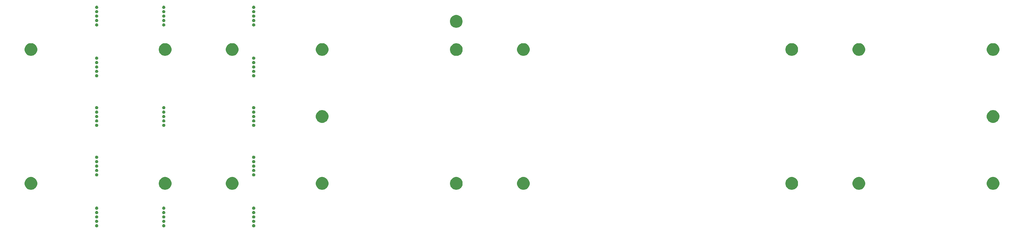
<source format=gbr>
G04 #@! TF.GenerationSoftware,KiCad,Pcbnew,(5.1.2-1)-1*
G04 #@! TF.CreationDate,2020-06-05T15:41:12-05:00*
G04 #@! TF.ProjectId,therick48.16SP_bottom_plate,74686572-6963-46b3-9438-2e313653505f,rev?*
G04 #@! TF.SameCoordinates,Original*
G04 #@! TF.FileFunction,Soldermask,Top*
G04 #@! TF.FilePolarity,Negative*
%FSLAX46Y46*%
G04 Gerber Fmt 4.6, Leading zero omitted, Abs format (unit mm)*
G04 Created by KiCad (PCBNEW (5.1.2-1)-1) date 2020-06-05 15:41:12*
%MOMM*%
%LPD*%
G04 APERTURE LIST*
%ADD10C,0.100000*%
G04 APERTURE END LIST*
D10*
G36*
X145671169Y-109226049D02*
G01*
X145753244Y-109260046D01*
X145753246Y-109260047D01*
X145790430Y-109284893D01*
X145827112Y-109309403D01*
X145889932Y-109372223D01*
X145939289Y-109446091D01*
X145973286Y-109528166D01*
X145990617Y-109615297D01*
X145990617Y-109704139D01*
X145973286Y-109791270D01*
X145939289Y-109873345D01*
X145939288Y-109873347D01*
X145889931Y-109947214D01*
X145827113Y-110010032D01*
X145753246Y-110059389D01*
X145753245Y-110059390D01*
X145753244Y-110059390D01*
X145671169Y-110093387D01*
X145584038Y-110110718D01*
X145495196Y-110110718D01*
X145408065Y-110093387D01*
X145325990Y-110059390D01*
X145325989Y-110059390D01*
X145325988Y-110059389D01*
X145252121Y-110010032D01*
X145189303Y-109947214D01*
X145139946Y-109873347D01*
X145139945Y-109873345D01*
X145105948Y-109791270D01*
X145088617Y-109704139D01*
X145088617Y-109615297D01*
X145105948Y-109528166D01*
X145139945Y-109446091D01*
X145189302Y-109372223D01*
X145252122Y-109309403D01*
X145288804Y-109284893D01*
X145325988Y-109260047D01*
X145325990Y-109260046D01*
X145408065Y-109226049D01*
X145495196Y-109208718D01*
X145584038Y-109208718D01*
X145671169Y-109226049D01*
X145671169Y-109226049D01*
G37*
G36*
X120211236Y-109226049D02*
G01*
X120293311Y-109260046D01*
X120293313Y-109260047D01*
X120330497Y-109284893D01*
X120367179Y-109309403D01*
X120429999Y-109372223D01*
X120479356Y-109446091D01*
X120513353Y-109528166D01*
X120530684Y-109615297D01*
X120530684Y-109704139D01*
X120513353Y-109791270D01*
X120479356Y-109873345D01*
X120479355Y-109873347D01*
X120429998Y-109947214D01*
X120367180Y-110010032D01*
X120293313Y-110059389D01*
X120293312Y-110059390D01*
X120293311Y-110059390D01*
X120211236Y-110093387D01*
X120124105Y-110110718D01*
X120035263Y-110110718D01*
X119948132Y-110093387D01*
X119866057Y-110059390D01*
X119866056Y-110059390D01*
X119866055Y-110059389D01*
X119792188Y-110010032D01*
X119729370Y-109947214D01*
X119680013Y-109873347D01*
X119680012Y-109873345D01*
X119646015Y-109791270D01*
X119628684Y-109704139D01*
X119628684Y-109615297D01*
X119646015Y-109528166D01*
X119680012Y-109446091D01*
X119729369Y-109372223D01*
X119792189Y-109309403D01*
X119828871Y-109284893D01*
X119866055Y-109260047D01*
X119866057Y-109260046D01*
X119948132Y-109226049D01*
X120035263Y-109208718D01*
X120124105Y-109208718D01*
X120211236Y-109226049D01*
X120211236Y-109226049D01*
G37*
G36*
X101211286Y-109226049D02*
G01*
X101293361Y-109260046D01*
X101293363Y-109260047D01*
X101330547Y-109284893D01*
X101367229Y-109309403D01*
X101430049Y-109372223D01*
X101479406Y-109446091D01*
X101513403Y-109528166D01*
X101530734Y-109615297D01*
X101530734Y-109704139D01*
X101513403Y-109791270D01*
X101479406Y-109873345D01*
X101479405Y-109873347D01*
X101430048Y-109947214D01*
X101367230Y-110010032D01*
X101293363Y-110059389D01*
X101293362Y-110059390D01*
X101293361Y-110059390D01*
X101211286Y-110093387D01*
X101124155Y-110110718D01*
X101035313Y-110110718D01*
X100948182Y-110093387D01*
X100866107Y-110059390D01*
X100866106Y-110059390D01*
X100866105Y-110059389D01*
X100792238Y-110010032D01*
X100729420Y-109947214D01*
X100680063Y-109873347D01*
X100680062Y-109873345D01*
X100646065Y-109791270D01*
X100628734Y-109704139D01*
X100628734Y-109615297D01*
X100646065Y-109528166D01*
X100680062Y-109446091D01*
X100729419Y-109372223D01*
X100792239Y-109309403D01*
X100828921Y-109284893D01*
X100866105Y-109260047D01*
X100866107Y-109260046D01*
X100948182Y-109226049D01*
X101035313Y-109208718D01*
X101124155Y-109208718D01*
X101211286Y-109226049D01*
X101211286Y-109226049D01*
G37*
G36*
X145671169Y-107976049D02*
G01*
X145753244Y-108010046D01*
X145753246Y-108010047D01*
X145790430Y-108034893D01*
X145827112Y-108059403D01*
X145889932Y-108122223D01*
X145939289Y-108196091D01*
X145973286Y-108278166D01*
X145990617Y-108365297D01*
X145990617Y-108454139D01*
X145973286Y-108541270D01*
X145939289Y-108623345D01*
X145939288Y-108623347D01*
X145889931Y-108697214D01*
X145827113Y-108760032D01*
X145753246Y-108809389D01*
X145753245Y-108809390D01*
X145753244Y-108809390D01*
X145671169Y-108843387D01*
X145584038Y-108860718D01*
X145495196Y-108860718D01*
X145408065Y-108843387D01*
X145325990Y-108809390D01*
X145325989Y-108809390D01*
X145325988Y-108809389D01*
X145252121Y-108760032D01*
X145189303Y-108697214D01*
X145139946Y-108623347D01*
X145139945Y-108623345D01*
X145105948Y-108541270D01*
X145088617Y-108454139D01*
X145088617Y-108365297D01*
X145105948Y-108278166D01*
X145139945Y-108196091D01*
X145189302Y-108122223D01*
X145252122Y-108059403D01*
X145288804Y-108034893D01*
X145325988Y-108010047D01*
X145325990Y-108010046D01*
X145408065Y-107976049D01*
X145495196Y-107958718D01*
X145584038Y-107958718D01*
X145671169Y-107976049D01*
X145671169Y-107976049D01*
G37*
G36*
X120211236Y-107976049D02*
G01*
X120293311Y-108010046D01*
X120293313Y-108010047D01*
X120330497Y-108034893D01*
X120367179Y-108059403D01*
X120429999Y-108122223D01*
X120479356Y-108196091D01*
X120513353Y-108278166D01*
X120530684Y-108365297D01*
X120530684Y-108454139D01*
X120513353Y-108541270D01*
X120479356Y-108623345D01*
X120479355Y-108623347D01*
X120429998Y-108697214D01*
X120367180Y-108760032D01*
X120293313Y-108809389D01*
X120293312Y-108809390D01*
X120293311Y-108809390D01*
X120211236Y-108843387D01*
X120124105Y-108860718D01*
X120035263Y-108860718D01*
X119948132Y-108843387D01*
X119866057Y-108809390D01*
X119866056Y-108809390D01*
X119866055Y-108809389D01*
X119792188Y-108760032D01*
X119729370Y-108697214D01*
X119680013Y-108623347D01*
X119680012Y-108623345D01*
X119646015Y-108541270D01*
X119628684Y-108454139D01*
X119628684Y-108365297D01*
X119646015Y-108278166D01*
X119680012Y-108196091D01*
X119729369Y-108122223D01*
X119792189Y-108059403D01*
X119828871Y-108034893D01*
X119866055Y-108010047D01*
X119866057Y-108010046D01*
X119948132Y-107976049D01*
X120035263Y-107958718D01*
X120124105Y-107958718D01*
X120211236Y-107976049D01*
X120211236Y-107976049D01*
G37*
G36*
X101211286Y-107976049D02*
G01*
X101293361Y-108010046D01*
X101293363Y-108010047D01*
X101330547Y-108034893D01*
X101367229Y-108059403D01*
X101430049Y-108122223D01*
X101479406Y-108196091D01*
X101513403Y-108278166D01*
X101530734Y-108365297D01*
X101530734Y-108454139D01*
X101513403Y-108541270D01*
X101479406Y-108623345D01*
X101479405Y-108623347D01*
X101430048Y-108697214D01*
X101367230Y-108760032D01*
X101293363Y-108809389D01*
X101293362Y-108809390D01*
X101293361Y-108809390D01*
X101211286Y-108843387D01*
X101124155Y-108860718D01*
X101035313Y-108860718D01*
X100948182Y-108843387D01*
X100866107Y-108809390D01*
X100866106Y-108809390D01*
X100866105Y-108809389D01*
X100792238Y-108760032D01*
X100729420Y-108697214D01*
X100680063Y-108623347D01*
X100680062Y-108623345D01*
X100646065Y-108541270D01*
X100628734Y-108454139D01*
X100628734Y-108365297D01*
X100646065Y-108278166D01*
X100680062Y-108196091D01*
X100729419Y-108122223D01*
X100792239Y-108059403D01*
X100828921Y-108034893D01*
X100866105Y-108010047D01*
X100866107Y-108010046D01*
X100948182Y-107976049D01*
X101035313Y-107958718D01*
X101124155Y-107958718D01*
X101211286Y-107976049D01*
X101211286Y-107976049D01*
G37*
G36*
X145671169Y-106726049D02*
G01*
X145753244Y-106760046D01*
X145753246Y-106760047D01*
X145790430Y-106784893D01*
X145827112Y-106809403D01*
X145889932Y-106872223D01*
X145939289Y-106946091D01*
X145973286Y-107028166D01*
X145990617Y-107115297D01*
X145990617Y-107204139D01*
X145973286Y-107291270D01*
X145939289Y-107373345D01*
X145939288Y-107373347D01*
X145889931Y-107447214D01*
X145827113Y-107510032D01*
X145753246Y-107559389D01*
X145753245Y-107559390D01*
X145753244Y-107559390D01*
X145671169Y-107593387D01*
X145584038Y-107610718D01*
X145495196Y-107610718D01*
X145408065Y-107593387D01*
X145325990Y-107559390D01*
X145325989Y-107559390D01*
X145325988Y-107559389D01*
X145252121Y-107510032D01*
X145189303Y-107447214D01*
X145139946Y-107373347D01*
X145139945Y-107373345D01*
X145105948Y-107291270D01*
X145088617Y-107204139D01*
X145088617Y-107115297D01*
X145105948Y-107028166D01*
X145139945Y-106946091D01*
X145189302Y-106872223D01*
X145252122Y-106809403D01*
X145288804Y-106784893D01*
X145325988Y-106760047D01*
X145325990Y-106760046D01*
X145408065Y-106726049D01*
X145495196Y-106708718D01*
X145584038Y-106708718D01*
X145671169Y-106726049D01*
X145671169Y-106726049D01*
G37*
G36*
X120211236Y-106726049D02*
G01*
X120293311Y-106760046D01*
X120293313Y-106760047D01*
X120330497Y-106784893D01*
X120367179Y-106809403D01*
X120429999Y-106872223D01*
X120479356Y-106946091D01*
X120513353Y-107028166D01*
X120530684Y-107115297D01*
X120530684Y-107204139D01*
X120513353Y-107291270D01*
X120479356Y-107373345D01*
X120479355Y-107373347D01*
X120429998Y-107447214D01*
X120367180Y-107510032D01*
X120293313Y-107559389D01*
X120293312Y-107559390D01*
X120293311Y-107559390D01*
X120211236Y-107593387D01*
X120124105Y-107610718D01*
X120035263Y-107610718D01*
X119948132Y-107593387D01*
X119866057Y-107559390D01*
X119866056Y-107559390D01*
X119866055Y-107559389D01*
X119792188Y-107510032D01*
X119729370Y-107447214D01*
X119680013Y-107373347D01*
X119680012Y-107373345D01*
X119646015Y-107291270D01*
X119628684Y-107204139D01*
X119628684Y-107115297D01*
X119646015Y-107028166D01*
X119680012Y-106946091D01*
X119729369Y-106872223D01*
X119792189Y-106809403D01*
X119828871Y-106784893D01*
X119866055Y-106760047D01*
X119866057Y-106760046D01*
X119948132Y-106726049D01*
X120035263Y-106708718D01*
X120124105Y-106708718D01*
X120211236Y-106726049D01*
X120211236Y-106726049D01*
G37*
G36*
X101211286Y-106726049D02*
G01*
X101293361Y-106760046D01*
X101293363Y-106760047D01*
X101330547Y-106784893D01*
X101367229Y-106809403D01*
X101430049Y-106872223D01*
X101479406Y-106946091D01*
X101513403Y-107028166D01*
X101530734Y-107115297D01*
X101530734Y-107204139D01*
X101513403Y-107291270D01*
X101479406Y-107373345D01*
X101479405Y-107373347D01*
X101430048Y-107447214D01*
X101367230Y-107510032D01*
X101293363Y-107559389D01*
X101293362Y-107559390D01*
X101293361Y-107559390D01*
X101211286Y-107593387D01*
X101124155Y-107610718D01*
X101035313Y-107610718D01*
X100948182Y-107593387D01*
X100866107Y-107559390D01*
X100866106Y-107559390D01*
X100866105Y-107559389D01*
X100792238Y-107510032D01*
X100729420Y-107447214D01*
X100680063Y-107373347D01*
X100680062Y-107373345D01*
X100646065Y-107291270D01*
X100628734Y-107204139D01*
X100628734Y-107115297D01*
X100646065Y-107028166D01*
X100680062Y-106946091D01*
X100729419Y-106872223D01*
X100792239Y-106809403D01*
X100828921Y-106784893D01*
X100866105Y-106760047D01*
X100866107Y-106760046D01*
X100948182Y-106726049D01*
X101035313Y-106708718D01*
X101124155Y-106708718D01*
X101211286Y-106726049D01*
X101211286Y-106726049D01*
G37*
G36*
X145671169Y-105476049D02*
G01*
X145753244Y-105510046D01*
X145753246Y-105510047D01*
X145790430Y-105534893D01*
X145827112Y-105559403D01*
X145889932Y-105622223D01*
X145939289Y-105696091D01*
X145973286Y-105778166D01*
X145990617Y-105865297D01*
X145990617Y-105954139D01*
X145973286Y-106041270D01*
X145939289Y-106123345D01*
X145939288Y-106123347D01*
X145889931Y-106197214D01*
X145827113Y-106260032D01*
X145753246Y-106309389D01*
X145753245Y-106309390D01*
X145753244Y-106309390D01*
X145671169Y-106343387D01*
X145584038Y-106360718D01*
X145495196Y-106360718D01*
X145408065Y-106343387D01*
X145325990Y-106309390D01*
X145325989Y-106309390D01*
X145325988Y-106309389D01*
X145252121Y-106260032D01*
X145189303Y-106197214D01*
X145139946Y-106123347D01*
X145139945Y-106123345D01*
X145105948Y-106041270D01*
X145088617Y-105954139D01*
X145088617Y-105865297D01*
X145105948Y-105778166D01*
X145139945Y-105696091D01*
X145189302Y-105622223D01*
X145252122Y-105559403D01*
X145288804Y-105534893D01*
X145325988Y-105510047D01*
X145325990Y-105510046D01*
X145408065Y-105476049D01*
X145495196Y-105458718D01*
X145584038Y-105458718D01*
X145671169Y-105476049D01*
X145671169Y-105476049D01*
G37*
G36*
X120211236Y-105476049D02*
G01*
X120293311Y-105510046D01*
X120293313Y-105510047D01*
X120330497Y-105534893D01*
X120367179Y-105559403D01*
X120429999Y-105622223D01*
X120479356Y-105696091D01*
X120513353Y-105778166D01*
X120530684Y-105865297D01*
X120530684Y-105954139D01*
X120513353Y-106041270D01*
X120479356Y-106123345D01*
X120479355Y-106123347D01*
X120429998Y-106197214D01*
X120367180Y-106260032D01*
X120293313Y-106309389D01*
X120293312Y-106309390D01*
X120293311Y-106309390D01*
X120211236Y-106343387D01*
X120124105Y-106360718D01*
X120035263Y-106360718D01*
X119948132Y-106343387D01*
X119866057Y-106309390D01*
X119866056Y-106309390D01*
X119866055Y-106309389D01*
X119792188Y-106260032D01*
X119729370Y-106197214D01*
X119680013Y-106123347D01*
X119680012Y-106123345D01*
X119646015Y-106041270D01*
X119628684Y-105954139D01*
X119628684Y-105865297D01*
X119646015Y-105778166D01*
X119680012Y-105696091D01*
X119729369Y-105622223D01*
X119792189Y-105559403D01*
X119828871Y-105534893D01*
X119866055Y-105510047D01*
X119866057Y-105510046D01*
X119948132Y-105476049D01*
X120035263Y-105458718D01*
X120124105Y-105458718D01*
X120211236Y-105476049D01*
X120211236Y-105476049D01*
G37*
G36*
X101211286Y-105476049D02*
G01*
X101293361Y-105510046D01*
X101293363Y-105510047D01*
X101330547Y-105534893D01*
X101367229Y-105559403D01*
X101430049Y-105622223D01*
X101479406Y-105696091D01*
X101513403Y-105778166D01*
X101530734Y-105865297D01*
X101530734Y-105954139D01*
X101513403Y-106041270D01*
X101479406Y-106123345D01*
X101479405Y-106123347D01*
X101430048Y-106197214D01*
X101367230Y-106260032D01*
X101293363Y-106309389D01*
X101293362Y-106309390D01*
X101293361Y-106309390D01*
X101211286Y-106343387D01*
X101124155Y-106360718D01*
X101035313Y-106360718D01*
X100948182Y-106343387D01*
X100866107Y-106309390D01*
X100866106Y-106309390D01*
X100866105Y-106309389D01*
X100792238Y-106260032D01*
X100729420Y-106197214D01*
X100680063Y-106123347D01*
X100680062Y-106123345D01*
X100646065Y-106041270D01*
X100628734Y-105954139D01*
X100628734Y-105865297D01*
X100646065Y-105778166D01*
X100680062Y-105696091D01*
X100729419Y-105622223D01*
X100792239Y-105559403D01*
X100828921Y-105534893D01*
X100866105Y-105510047D01*
X100866107Y-105510046D01*
X100948182Y-105476049D01*
X101035313Y-105458718D01*
X101124155Y-105458718D01*
X101211286Y-105476049D01*
X101211286Y-105476049D01*
G37*
G36*
X145671169Y-104226049D02*
G01*
X145753244Y-104260046D01*
X145753246Y-104260047D01*
X145790430Y-104284893D01*
X145827112Y-104309403D01*
X145889932Y-104372223D01*
X145939289Y-104446091D01*
X145973286Y-104528166D01*
X145990617Y-104615297D01*
X145990617Y-104704139D01*
X145973286Y-104791270D01*
X145939289Y-104873345D01*
X145939288Y-104873347D01*
X145889931Y-104947214D01*
X145827113Y-105010032D01*
X145753246Y-105059389D01*
X145753245Y-105059390D01*
X145753244Y-105059390D01*
X145671169Y-105093387D01*
X145584038Y-105110718D01*
X145495196Y-105110718D01*
X145408065Y-105093387D01*
X145325990Y-105059390D01*
X145325989Y-105059390D01*
X145325988Y-105059389D01*
X145252121Y-105010032D01*
X145189303Y-104947214D01*
X145139946Y-104873347D01*
X145139945Y-104873345D01*
X145105948Y-104791270D01*
X145088617Y-104704139D01*
X145088617Y-104615297D01*
X145105948Y-104528166D01*
X145139945Y-104446091D01*
X145189302Y-104372223D01*
X145252122Y-104309403D01*
X145288804Y-104284893D01*
X145325988Y-104260047D01*
X145325990Y-104260046D01*
X145408065Y-104226049D01*
X145495196Y-104208718D01*
X145584038Y-104208718D01*
X145671169Y-104226049D01*
X145671169Y-104226049D01*
G37*
G36*
X120211236Y-104226049D02*
G01*
X120293311Y-104260046D01*
X120293313Y-104260047D01*
X120330497Y-104284893D01*
X120367179Y-104309403D01*
X120429999Y-104372223D01*
X120479356Y-104446091D01*
X120513353Y-104528166D01*
X120530684Y-104615297D01*
X120530684Y-104704139D01*
X120513353Y-104791270D01*
X120479356Y-104873345D01*
X120479355Y-104873347D01*
X120429998Y-104947214D01*
X120367180Y-105010032D01*
X120293313Y-105059389D01*
X120293312Y-105059390D01*
X120293311Y-105059390D01*
X120211236Y-105093387D01*
X120124105Y-105110718D01*
X120035263Y-105110718D01*
X119948132Y-105093387D01*
X119866057Y-105059390D01*
X119866056Y-105059390D01*
X119866055Y-105059389D01*
X119792188Y-105010032D01*
X119729370Y-104947214D01*
X119680013Y-104873347D01*
X119680012Y-104873345D01*
X119646015Y-104791270D01*
X119628684Y-104704139D01*
X119628684Y-104615297D01*
X119646015Y-104528166D01*
X119680012Y-104446091D01*
X119729369Y-104372223D01*
X119792189Y-104309403D01*
X119828871Y-104284893D01*
X119866055Y-104260047D01*
X119866057Y-104260046D01*
X119948132Y-104226049D01*
X120035263Y-104208718D01*
X120124105Y-104208718D01*
X120211236Y-104226049D01*
X120211236Y-104226049D01*
G37*
G36*
X101211286Y-104226049D02*
G01*
X101293361Y-104260046D01*
X101293363Y-104260047D01*
X101330547Y-104284893D01*
X101367229Y-104309403D01*
X101430049Y-104372223D01*
X101479406Y-104446091D01*
X101513403Y-104528166D01*
X101530734Y-104615297D01*
X101530734Y-104704139D01*
X101513403Y-104791270D01*
X101479406Y-104873345D01*
X101479405Y-104873347D01*
X101430048Y-104947214D01*
X101367230Y-105010032D01*
X101293363Y-105059389D01*
X101293362Y-105059390D01*
X101293361Y-105059390D01*
X101211286Y-105093387D01*
X101124155Y-105110718D01*
X101035313Y-105110718D01*
X100948182Y-105093387D01*
X100866107Y-105059390D01*
X100866106Y-105059390D01*
X100866105Y-105059389D01*
X100792238Y-105010032D01*
X100729420Y-104947214D01*
X100680063Y-104873347D01*
X100680062Y-104873345D01*
X100646065Y-104791270D01*
X100628734Y-104704139D01*
X100628734Y-104615297D01*
X100646065Y-104528166D01*
X100680062Y-104446091D01*
X100729419Y-104372223D01*
X100792239Y-104309403D01*
X100828921Y-104284893D01*
X100866105Y-104260047D01*
X100866107Y-104260046D01*
X100948182Y-104226049D01*
X101035313Y-104208718D01*
X101124155Y-104208718D01*
X101211286Y-104226049D01*
X101211286Y-104226049D01*
G37*
G36*
X203445331Y-95928211D02*
G01*
X203773092Y-96063974D01*
X204068070Y-96261072D01*
X204318928Y-96511930D01*
X204516026Y-96806908D01*
X204651789Y-97134669D01*
X204721000Y-97482616D01*
X204721000Y-97837384D01*
X204651789Y-98185331D01*
X204516026Y-98513092D01*
X204318928Y-98808070D01*
X204068070Y-99058928D01*
X203773092Y-99256026D01*
X203445331Y-99391789D01*
X203097384Y-99461000D01*
X202742616Y-99461000D01*
X202394669Y-99391789D01*
X202066908Y-99256026D01*
X201771930Y-99058928D01*
X201521072Y-98808070D01*
X201323974Y-98513092D01*
X201188211Y-98185331D01*
X201119000Y-97837384D01*
X201119000Y-97482616D01*
X201188211Y-97134669D01*
X201323974Y-96806908D01*
X201521072Y-96511930D01*
X201771930Y-96261072D01*
X202066908Y-96063974D01*
X202394669Y-95928211D01*
X202742616Y-95859000D01*
X203097384Y-95859000D01*
X203445331Y-95928211D01*
X203445331Y-95928211D01*
G37*
G36*
X298445331Y-95928211D02*
G01*
X298773092Y-96063974D01*
X299068070Y-96261072D01*
X299318928Y-96511930D01*
X299516026Y-96806908D01*
X299651789Y-97134669D01*
X299721000Y-97482616D01*
X299721000Y-97837384D01*
X299651789Y-98185331D01*
X299516026Y-98513092D01*
X299318928Y-98808070D01*
X299068070Y-99058928D01*
X298773092Y-99256026D01*
X298445331Y-99391789D01*
X298097384Y-99461000D01*
X297742616Y-99461000D01*
X297394669Y-99391789D01*
X297066908Y-99256026D01*
X296771930Y-99058928D01*
X296521072Y-98808070D01*
X296323974Y-98513092D01*
X296188211Y-98185331D01*
X296119000Y-97837384D01*
X296119000Y-97482616D01*
X296188211Y-97134669D01*
X296323974Y-96806908D01*
X296521072Y-96511930D01*
X296771930Y-96261072D01*
X297066908Y-96063974D01*
X297394669Y-95928211D01*
X297742616Y-95859000D01*
X298097384Y-95859000D01*
X298445331Y-95928211D01*
X298445331Y-95928211D01*
G37*
G36*
X355445331Y-95928211D02*
G01*
X355773092Y-96063974D01*
X356068070Y-96261072D01*
X356318928Y-96511930D01*
X356516026Y-96806908D01*
X356651789Y-97134669D01*
X356721000Y-97482616D01*
X356721000Y-97837384D01*
X356651789Y-98185331D01*
X356516026Y-98513092D01*
X356318928Y-98808070D01*
X356068070Y-99058928D01*
X355773092Y-99256026D01*
X355445331Y-99391789D01*
X355097384Y-99461000D01*
X354742616Y-99461000D01*
X354394669Y-99391789D01*
X354066908Y-99256026D01*
X353771930Y-99058928D01*
X353521072Y-98808070D01*
X353323974Y-98513092D01*
X353188211Y-98185331D01*
X353119000Y-97837384D01*
X353119000Y-97482616D01*
X353188211Y-97134669D01*
X353323974Y-96806908D01*
X353521072Y-96511930D01*
X353771930Y-96261072D01*
X354066908Y-96063974D01*
X354394669Y-95928211D01*
X354742616Y-95859000D01*
X355097384Y-95859000D01*
X355445331Y-95928211D01*
X355445331Y-95928211D01*
G37*
G36*
X317445331Y-95928211D02*
G01*
X317773092Y-96063974D01*
X318068070Y-96261072D01*
X318318928Y-96511930D01*
X318516026Y-96806908D01*
X318651789Y-97134669D01*
X318721000Y-97482616D01*
X318721000Y-97837384D01*
X318651789Y-98185331D01*
X318516026Y-98513092D01*
X318318928Y-98808070D01*
X318068070Y-99058928D01*
X317773092Y-99256026D01*
X317445331Y-99391789D01*
X317097384Y-99461000D01*
X316742616Y-99461000D01*
X316394669Y-99391789D01*
X316066908Y-99256026D01*
X315771930Y-99058928D01*
X315521072Y-98808070D01*
X315323974Y-98513092D01*
X315188211Y-98185331D01*
X315119000Y-97837384D01*
X315119000Y-97482616D01*
X315188211Y-97134669D01*
X315323974Y-96806908D01*
X315521072Y-96511930D01*
X315771930Y-96261072D01*
X316066908Y-96063974D01*
X316394669Y-95928211D01*
X316742616Y-95859000D01*
X317097384Y-95859000D01*
X317445331Y-95928211D01*
X317445331Y-95928211D01*
G37*
G36*
X222445331Y-95928211D02*
G01*
X222773092Y-96063974D01*
X223068070Y-96261072D01*
X223318928Y-96511930D01*
X223516026Y-96806908D01*
X223651789Y-97134669D01*
X223721000Y-97482616D01*
X223721000Y-97837384D01*
X223651789Y-98185331D01*
X223516026Y-98513092D01*
X223318928Y-98808070D01*
X223068070Y-99058928D01*
X222773092Y-99256026D01*
X222445331Y-99391789D01*
X222097384Y-99461000D01*
X221742616Y-99461000D01*
X221394669Y-99391789D01*
X221066908Y-99256026D01*
X220771930Y-99058928D01*
X220521072Y-98808070D01*
X220323974Y-98513092D01*
X220188211Y-98185331D01*
X220119000Y-97837384D01*
X220119000Y-97482616D01*
X220188211Y-97134669D01*
X220323974Y-96806908D01*
X220521072Y-96511930D01*
X220771930Y-96261072D01*
X221066908Y-96063974D01*
X221394669Y-95928211D01*
X221742616Y-95859000D01*
X222097384Y-95859000D01*
X222445331Y-95928211D01*
X222445331Y-95928211D01*
G37*
G36*
X165445331Y-95928211D02*
G01*
X165773092Y-96063974D01*
X166068070Y-96261072D01*
X166318928Y-96511930D01*
X166516026Y-96806908D01*
X166651789Y-97134669D01*
X166721000Y-97482616D01*
X166721000Y-97837384D01*
X166651789Y-98185331D01*
X166516026Y-98513092D01*
X166318928Y-98808070D01*
X166068070Y-99058928D01*
X165773092Y-99256026D01*
X165445331Y-99391789D01*
X165097384Y-99461000D01*
X164742616Y-99461000D01*
X164394669Y-99391789D01*
X164066908Y-99256026D01*
X163771930Y-99058928D01*
X163521072Y-98808070D01*
X163323974Y-98513092D01*
X163188211Y-98185331D01*
X163119000Y-97837384D01*
X163119000Y-97482616D01*
X163188211Y-97134669D01*
X163323974Y-96806908D01*
X163521072Y-96511930D01*
X163771930Y-96261072D01*
X164066908Y-96063974D01*
X164394669Y-95928211D01*
X164742616Y-95859000D01*
X165097384Y-95859000D01*
X165445331Y-95928211D01*
X165445331Y-95928211D01*
G37*
G36*
X82985322Y-95928211D02*
G01*
X83313083Y-96063974D01*
X83608061Y-96261072D01*
X83858919Y-96511930D01*
X84056017Y-96806908D01*
X84191780Y-97134669D01*
X84260991Y-97482616D01*
X84260991Y-97837384D01*
X84191780Y-98185331D01*
X84056017Y-98513092D01*
X83858919Y-98808070D01*
X83608061Y-99058928D01*
X83313083Y-99256026D01*
X82985322Y-99391789D01*
X82637375Y-99461000D01*
X82282607Y-99461000D01*
X81934660Y-99391789D01*
X81606899Y-99256026D01*
X81311921Y-99058928D01*
X81061063Y-98808070D01*
X80863965Y-98513092D01*
X80728202Y-98185331D01*
X80658991Y-97837384D01*
X80658991Y-97482616D01*
X80728202Y-97134669D01*
X80863965Y-96806908D01*
X81061063Y-96511930D01*
X81311921Y-96261072D01*
X81606899Y-96063974D01*
X81934660Y-95928211D01*
X82282607Y-95859000D01*
X82637375Y-95859000D01*
X82985322Y-95928211D01*
X82985322Y-95928211D01*
G37*
G36*
X120985014Y-95927954D02*
G01*
X121312775Y-96063717D01*
X121607753Y-96260815D01*
X121858611Y-96511673D01*
X122055709Y-96806651D01*
X122191472Y-97134412D01*
X122260683Y-97482359D01*
X122260683Y-97837127D01*
X122191472Y-98185074D01*
X122055709Y-98512835D01*
X121858611Y-98807813D01*
X121607753Y-99058671D01*
X121312775Y-99255769D01*
X120985014Y-99391532D01*
X120637067Y-99460743D01*
X120282299Y-99460743D01*
X119934352Y-99391532D01*
X119606591Y-99255769D01*
X119311613Y-99058671D01*
X119060755Y-98807813D01*
X118863657Y-98512835D01*
X118727894Y-98185074D01*
X118658683Y-97837127D01*
X118658683Y-97482359D01*
X118727894Y-97134412D01*
X118863657Y-96806651D01*
X119060755Y-96511673D01*
X119311613Y-96260815D01*
X119606591Y-96063717D01*
X119934352Y-95927954D01*
X120282299Y-95858743D01*
X120637067Y-95858743D01*
X120985014Y-95927954D01*
X120985014Y-95927954D01*
G37*
G36*
X139984964Y-95927954D02*
G01*
X140312725Y-96063717D01*
X140607703Y-96260815D01*
X140858561Y-96511673D01*
X141055659Y-96806651D01*
X141191422Y-97134412D01*
X141260633Y-97482359D01*
X141260633Y-97837127D01*
X141191422Y-98185074D01*
X141055659Y-98512835D01*
X140858561Y-98807813D01*
X140607703Y-99058671D01*
X140312725Y-99255769D01*
X139984964Y-99391532D01*
X139637017Y-99460743D01*
X139282249Y-99460743D01*
X138934302Y-99391532D01*
X138606541Y-99255769D01*
X138311563Y-99058671D01*
X138060705Y-98807813D01*
X137863607Y-98512835D01*
X137727844Y-98185074D01*
X137658633Y-97837127D01*
X137658633Y-97482359D01*
X137727844Y-97134412D01*
X137863607Y-96806651D01*
X138060705Y-96511673D01*
X138311563Y-96260815D01*
X138606541Y-96063717D01*
X138934302Y-95927954D01*
X139282249Y-95858743D01*
X139637017Y-95858743D01*
X139984964Y-95927954D01*
X139984964Y-95927954D01*
G37*
G36*
X145671169Y-94786087D02*
G01*
X145753244Y-94820084D01*
X145753246Y-94820085D01*
X145790430Y-94844931D01*
X145827112Y-94869441D01*
X145889932Y-94932261D01*
X145939289Y-95006129D01*
X145973286Y-95088204D01*
X145990617Y-95175335D01*
X145990617Y-95264177D01*
X145973286Y-95351308D01*
X145939289Y-95433383D01*
X145939288Y-95433385D01*
X145889931Y-95507252D01*
X145827113Y-95570070D01*
X145753246Y-95619427D01*
X145753245Y-95619428D01*
X145753244Y-95619428D01*
X145671169Y-95653425D01*
X145584038Y-95670756D01*
X145495196Y-95670756D01*
X145408065Y-95653425D01*
X145325990Y-95619428D01*
X145325989Y-95619428D01*
X145325988Y-95619427D01*
X145252121Y-95570070D01*
X145189303Y-95507252D01*
X145139946Y-95433385D01*
X145139945Y-95433383D01*
X145105948Y-95351308D01*
X145088617Y-95264177D01*
X145088617Y-95175335D01*
X145105948Y-95088204D01*
X145139945Y-95006129D01*
X145189302Y-94932261D01*
X145252122Y-94869441D01*
X145288804Y-94844931D01*
X145325988Y-94820085D01*
X145325990Y-94820084D01*
X145408065Y-94786087D01*
X145495196Y-94768756D01*
X145584038Y-94768756D01*
X145671169Y-94786087D01*
X145671169Y-94786087D01*
G37*
G36*
X101211286Y-94786087D02*
G01*
X101293361Y-94820084D01*
X101293363Y-94820085D01*
X101330547Y-94844931D01*
X101367229Y-94869441D01*
X101430049Y-94932261D01*
X101479406Y-95006129D01*
X101513403Y-95088204D01*
X101530734Y-95175335D01*
X101530734Y-95264177D01*
X101513403Y-95351308D01*
X101479406Y-95433383D01*
X101479405Y-95433385D01*
X101430048Y-95507252D01*
X101367230Y-95570070D01*
X101293363Y-95619427D01*
X101293362Y-95619428D01*
X101293361Y-95619428D01*
X101211286Y-95653425D01*
X101124155Y-95670756D01*
X101035313Y-95670756D01*
X100948182Y-95653425D01*
X100866107Y-95619428D01*
X100866106Y-95619428D01*
X100866105Y-95619427D01*
X100792238Y-95570070D01*
X100729420Y-95507252D01*
X100680063Y-95433385D01*
X100680062Y-95433383D01*
X100646065Y-95351308D01*
X100628734Y-95264177D01*
X100628734Y-95175335D01*
X100646065Y-95088204D01*
X100680062Y-95006129D01*
X100729419Y-94932261D01*
X100792239Y-94869441D01*
X100828921Y-94844931D01*
X100866105Y-94820085D01*
X100866107Y-94820084D01*
X100948182Y-94786087D01*
X101035313Y-94768756D01*
X101124155Y-94768756D01*
X101211286Y-94786087D01*
X101211286Y-94786087D01*
G37*
G36*
X145671169Y-93536087D02*
G01*
X145753244Y-93570084D01*
X145753246Y-93570085D01*
X145790430Y-93594931D01*
X145827112Y-93619441D01*
X145889932Y-93682261D01*
X145939289Y-93756129D01*
X145973286Y-93838204D01*
X145990617Y-93925335D01*
X145990617Y-94014177D01*
X145973286Y-94101308D01*
X145939289Y-94183383D01*
X145939288Y-94183385D01*
X145889931Y-94257252D01*
X145827113Y-94320070D01*
X145753246Y-94369427D01*
X145753245Y-94369428D01*
X145753244Y-94369428D01*
X145671169Y-94403425D01*
X145584038Y-94420756D01*
X145495196Y-94420756D01*
X145408065Y-94403425D01*
X145325990Y-94369428D01*
X145325989Y-94369428D01*
X145325988Y-94369427D01*
X145252121Y-94320070D01*
X145189303Y-94257252D01*
X145139946Y-94183385D01*
X145139945Y-94183383D01*
X145105948Y-94101308D01*
X145088617Y-94014177D01*
X145088617Y-93925335D01*
X145105948Y-93838204D01*
X145139945Y-93756129D01*
X145189302Y-93682261D01*
X145252122Y-93619441D01*
X145288804Y-93594931D01*
X145325988Y-93570085D01*
X145325990Y-93570084D01*
X145408065Y-93536087D01*
X145495196Y-93518756D01*
X145584038Y-93518756D01*
X145671169Y-93536087D01*
X145671169Y-93536087D01*
G37*
G36*
X101211286Y-93536087D02*
G01*
X101293361Y-93570084D01*
X101293363Y-93570085D01*
X101330547Y-93594931D01*
X101367229Y-93619441D01*
X101430049Y-93682261D01*
X101479406Y-93756129D01*
X101513403Y-93838204D01*
X101530734Y-93925335D01*
X101530734Y-94014177D01*
X101513403Y-94101308D01*
X101479406Y-94183383D01*
X101479405Y-94183385D01*
X101430048Y-94257252D01*
X101367230Y-94320070D01*
X101293363Y-94369427D01*
X101293362Y-94369428D01*
X101293361Y-94369428D01*
X101211286Y-94403425D01*
X101124155Y-94420756D01*
X101035313Y-94420756D01*
X100948182Y-94403425D01*
X100866107Y-94369428D01*
X100866106Y-94369428D01*
X100866105Y-94369427D01*
X100792238Y-94320070D01*
X100729420Y-94257252D01*
X100680063Y-94183385D01*
X100680062Y-94183383D01*
X100646065Y-94101308D01*
X100628734Y-94014177D01*
X100628734Y-93925335D01*
X100646065Y-93838204D01*
X100680062Y-93756129D01*
X100729419Y-93682261D01*
X100792239Y-93619441D01*
X100828921Y-93594931D01*
X100866105Y-93570085D01*
X100866107Y-93570084D01*
X100948182Y-93536087D01*
X101035313Y-93518756D01*
X101124155Y-93518756D01*
X101211286Y-93536087D01*
X101211286Y-93536087D01*
G37*
G36*
X145671169Y-92286087D02*
G01*
X145753244Y-92320084D01*
X145753246Y-92320085D01*
X145790430Y-92344931D01*
X145827112Y-92369441D01*
X145889932Y-92432261D01*
X145939289Y-92506129D01*
X145973286Y-92588204D01*
X145990617Y-92675335D01*
X145990617Y-92764177D01*
X145973286Y-92851308D01*
X145939289Y-92933383D01*
X145939288Y-92933385D01*
X145889931Y-93007252D01*
X145827113Y-93070070D01*
X145753246Y-93119427D01*
X145753245Y-93119428D01*
X145753244Y-93119428D01*
X145671169Y-93153425D01*
X145584038Y-93170756D01*
X145495196Y-93170756D01*
X145408065Y-93153425D01*
X145325990Y-93119428D01*
X145325989Y-93119428D01*
X145325988Y-93119427D01*
X145252121Y-93070070D01*
X145189303Y-93007252D01*
X145139946Y-92933385D01*
X145139945Y-92933383D01*
X145105948Y-92851308D01*
X145088617Y-92764177D01*
X145088617Y-92675335D01*
X145105948Y-92588204D01*
X145139945Y-92506129D01*
X145189302Y-92432261D01*
X145252122Y-92369441D01*
X145288804Y-92344931D01*
X145325988Y-92320085D01*
X145325990Y-92320084D01*
X145408065Y-92286087D01*
X145495196Y-92268756D01*
X145584038Y-92268756D01*
X145671169Y-92286087D01*
X145671169Y-92286087D01*
G37*
G36*
X101211286Y-92286087D02*
G01*
X101293361Y-92320084D01*
X101293363Y-92320085D01*
X101330547Y-92344931D01*
X101367229Y-92369441D01*
X101430049Y-92432261D01*
X101479406Y-92506129D01*
X101513403Y-92588204D01*
X101530734Y-92675335D01*
X101530734Y-92764177D01*
X101513403Y-92851308D01*
X101479406Y-92933383D01*
X101479405Y-92933385D01*
X101430048Y-93007252D01*
X101367230Y-93070070D01*
X101293363Y-93119427D01*
X101293362Y-93119428D01*
X101293361Y-93119428D01*
X101211286Y-93153425D01*
X101124155Y-93170756D01*
X101035313Y-93170756D01*
X100948182Y-93153425D01*
X100866107Y-93119428D01*
X100866106Y-93119428D01*
X100866105Y-93119427D01*
X100792238Y-93070070D01*
X100729420Y-93007252D01*
X100680063Y-92933385D01*
X100680062Y-92933383D01*
X100646065Y-92851308D01*
X100628734Y-92764177D01*
X100628734Y-92675335D01*
X100646065Y-92588204D01*
X100680062Y-92506129D01*
X100729419Y-92432261D01*
X100792239Y-92369441D01*
X100828921Y-92344931D01*
X100866105Y-92320085D01*
X100866107Y-92320084D01*
X100948182Y-92286087D01*
X101035313Y-92268756D01*
X101124155Y-92268756D01*
X101211286Y-92286087D01*
X101211286Y-92286087D01*
G37*
G36*
X145671169Y-91036087D02*
G01*
X145753244Y-91070084D01*
X145753246Y-91070085D01*
X145790430Y-91094931D01*
X145827112Y-91119441D01*
X145889932Y-91182261D01*
X145939289Y-91256129D01*
X145973286Y-91338204D01*
X145990617Y-91425335D01*
X145990617Y-91514177D01*
X145973286Y-91601308D01*
X145939289Y-91683383D01*
X145939288Y-91683385D01*
X145889931Y-91757252D01*
X145827113Y-91820070D01*
X145753246Y-91869427D01*
X145753245Y-91869428D01*
X145753244Y-91869428D01*
X145671169Y-91903425D01*
X145584038Y-91920756D01*
X145495196Y-91920756D01*
X145408065Y-91903425D01*
X145325990Y-91869428D01*
X145325989Y-91869428D01*
X145325988Y-91869427D01*
X145252121Y-91820070D01*
X145189303Y-91757252D01*
X145139946Y-91683385D01*
X145139945Y-91683383D01*
X145105948Y-91601308D01*
X145088617Y-91514177D01*
X145088617Y-91425335D01*
X145105948Y-91338204D01*
X145139945Y-91256129D01*
X145189302Y-91182261D01*
X145252122Y-91119441D01*
X145288804Y-91094931D01*
X145325988Y-91070085D01*
X145325990Y-91070084D01*
X145408065Y-91036087D01*
X145495196Y-91018756D01*
X145584038Y-91018756D01*
X145671169Y-91036087D01*
X145671169Y-91036087D01*
G37*
G36*
X101211286Y-91036087D02*
G01*
X101293361Y-91070084D01*
X101293363Y-91070085D01*
X101330547Y-91094931D01*
X101367229Y-91119441D01*
X101430049Y-91182261D01*
X101479406Y-91256129D01*
X101513403Y-91338204D01*
X101530734Y-91425335D01*
X101530734Y-91514177D01*
X101513403Y-91601308D01*
X101479406Y-91683383D01*
X101479405Y-91683385D01*
X101430048Y-91757252D01*
X101367230Y-91820070D01*
X101293363Y-91869427D01*
X101293362Y-91869428D01*
X101293361Y-91869428D01*
X101211286Y-91903425D01*
X101124155Y-91920756D01*
X101035313Y-91920756D01*
X100948182Y-91903425D01*
X100866107Y-91869428D01*
X100866106Y-91869428D01*
X100866105Y-91869427D01*
X100792238Y-91820070D01*
X100729420Y-91757252D01*
X100680063Y-91683385D01*
X100680062Y-91683383D01*
X100646065Y-91601308D01*
X100628734Y-91514177D01*
X100628734Y-91425335D01*
X100646065Y-91338204D01*
X100680062Y-91256129D01*
X100729419Y-91182261D01*
X100792239Y-91119441D01*
X100828921Y-91094931D01*
X100866105Y-91070085D01*
X100866107Y-91070084D01*
X100948182Y-91036087D01*
X101035313Y-91018756D01*
X101124155Y-91018756D01*
X101211286Y-91036087D01*
X101211286Y-91036087D01*
G37*
G36*
X145671169Y-89786087D02*
G01*
X145753244Y-89820084D01*
X145753246Y-89820085D01*
X145790430Y-89844931D01*
X145827112Y-89869441D01*
X145889932Y-89932261D01*
X145939289Y-90006129D01*
X145973286Y-90088204D01*
X145990617Y-90175335D01*
X145990617Y-90264177D01*
X145973286Y-90351308D01*
X145939289Y-90433383D01*
X145939288Y-90433385D01*
X145889931Y-90507252D01*
X145827113Y-90570070D01*
X145753246Y-90619427D01*
X145753245Y-90619428D01*
X145753244Y-90619428D01*
X145671169Y-90653425D01*
X145584038Y-90670756D01*
X145495196Y-90670756D01*
X145408065Y-90653425D01*
X145325990Y-90619428D01*
X145325989Y-90619428D01*
X145325988Y-90619427D01*
X145252121Y-90570070D01*
X145189303Y-90507252D01*
X145139946Y-90433385D01*
X145139945Y-90433383D01*
X145105948Y-90351308D01*
X145088617Y-90264177D01*
X145088617Y-90175335D01*
X145105948Y-90088204D01*
X145139945Y-90006129D01*
X145189302Y-89932261D01*
X145252122Y-89869441D01*
X145288804Y-89844931D01*
X145325988Y-89820085D01*
X145325990Y-89820084D01*
X145408065Y-89786087D01*
X145495196Y-89768756D01*
X145584038Y-89768756D01*
X145671169Y-89786087D01*
X145671169Y-89786087D01*
G37*
G36*
X101211286Y-89786087D02*
G01*
X101293361Y-89820084D01*
X101293363Y-89820085D01*
X101330547Y-89844931D01*
X101367229Y-89869441D01*
X101430049Y-89932261D01*
X101479406Y-90006129D01*
X101513403Y-90088204D01*
X101530734Y-90175335D01*
X101530734Y-90264177D01*
X101513403Y-90351308D01*
X101479406Y-90433383D01*
X101479405Y-90433385D01*
X101430048Y-90507252D01*
X101367230Y-90570070D01*
X101293363Y-90619427D01*
X101293362Y-90619428D01*
X101293361Y-90619428D01*
X101211286Y-90653425D01*
X101124155Y-90670756D01*
X101035313Y-90670756D01*
X100948182Y-90653425D01*
X100866107Y-90619428D01*
X100866106Y-90619428D01*
X100866105Y-90619427D01*
X100792238Y-90570070D01*
X100729420Y-90507252D01*
X100680063Y-90433385D01*
X100680062Y-90433383D01*
X100646065Y-90351308D01*
X100628734Y-90264177D01*
X100628734Y-90175335D01*
X100646065Y-90088204D01*
X100680062Y-90006129D01*
X100729419Y-89932261D01*
X100792239Y-89869441D01*
X100828921Y-89844931D01*
X100866105Y-89820085D01*
X100866107Y-89820084D01*
X100948182Y-89786087D01*
X101035313Y-89768756D01*
X101124155Y-89768756D01*
X101211286Y-89786087D01*
X101211286Y-89786087D01*
G37*
G36*
X145671169Y-80726124D02*
G01*
X145753244Y-80760121D01*
X145753246Y-80760122D01*
X145790430Y-80784968D01*
X145827112Y-80809478D01*
X145889932Y-80872298D01*
X145939289Y-80946166D01*
X145973286Y-81028241D01*
X145990617Y-81115372D01*
X145990617Y-81204214D01*
X145973286Y-81291345D01*
X145939289Y-81373420D01*
X145939288Y-81373422D01*
X145889931Y-81447289D01*
X145827113Y-81510107D01*
X145753246Y-81559464D01*
X145753245Y-81559465D01*
X145753244Y-81559465D01*
X145671169Y-81593462D01*
X145584038Y-81610793D01*
X145495196Y-81610793D01*
X145408065Y-81593462D01*
X145325990Y-81559465D01*
X145325989Y-81559465D01*
X145325988Y-81559464D01*
X145252121Y-81510107D01*
X145189303Y-81447289D01*
X145139946Y-81373422D01*
X145139945Y-81373420D01*
X145105948Y-81291345D01*
X145088617Y-81204214D01*
X145088617Y-81115372D01*
X145105948Y-81028241D01*
X145139945Y-80946166D01*
X145189302Y-80872298D01*
X145252122Y-80809478D01*
X145288804Y-80784968D01*
X145325988Y-80760122D01*
X145325990Y-80760121D01*
X145408065Y-80726124D01*
X145495196Y-80708793D01*
X145584038Y-80708793D01*
X145671169Y-80726124D01*
X145671169Y-80726124D01*
G37*
G36*
X101211286Y-80726124D02*
G01*
X101293361Y-80760121D01*
X101293363Y-80760122D01*
X101330547Y-80784968D01*
X101367229Y-80809478D01*
X101430049Y-80872298D01*
X101479406Y-80946166D01*
X101513403Y-81028241D01*
X101530734Y-81115372D01*
X101530734Y-81204214D01*
X101513403Y-81291345D01*
X101479406Y-81373420D01*
X101479405Y-81373422D01*
X101430048Y-81447289D01*
X101367230Y-81510107D01*
X101293363Y-81559464D01*
X101293362Y-81559465D01*
X101293361Y-81559465D01*
X101211286Y-81593462D01*
X101124155Y-81610793D01*
X101035313Y-81610793D01*
X100948182Y-81593462D01*
X100866107Y-81559465D01*
X100866106Y-81559465D01*
X100866105Y-81559464D01*
X100792238Y-81510107D01*
X100729420Y-81447289D01*
X100680063Y-81373422D01*
X100680062Y-81373420D01*
X100646065Y-81291345D01*
X100628734Y-81204214D01*
X100628734Y-81115372D01*
X100646065Y-81028241D01*
X100680062Y-80946166D01*
X100729419Y-80872298D01*
X100792239Y-80809478D01*
X100828921Y-80784968D01*
X100866105Y-80760122D01*
X100866107Y-80760121D01*
X100948182Y-80726124D01*
X101035313Y-80708793D01*
X101124155Y-80708793D01*
X101211286Y-80726124D01*
X101211286Y-80726124D01*
G37*
G36*
X120211236Y-80726124D02*
G01*
X120293311Y-80760121D01*
X120293313Y-80760122D01*
X120330497Y-80784968D01*
X120367179Y-80809478D01*
X120429999Y-80872298D01*
X120479356Y-80946166D01*
X120513353Y-81028241D01*
X120530684Y-81115372D01*
X120530684Y-81204214D01*
X120513353Y-81291345D01*
X120479356Y-81373420D01*
X120479355Y-81373422D01*
X120429998Y-81447289D01*
X120367180Y-81510107D01*
X120293313Y-81559464D01*
X120293312Y-81559465D01*
X120293311Y-81559465D01*
X120211236Y-81593462D01*
X120124105Y-81610793D01*
X120035263Y-81610793D01*
X119948132Y-81593462D01*
X119866057Y-81559465D01*
X119866056Y-81559465D01*
X119866055Y-81559464D01*
X119792188Y-81510107D01*
X119729370Y-81447289D01*
X119680013Y-81373422D01*
X119680012Y-81373420D01*
X119646015Y-81291345D01*
X119628684Y-81204214D01*
X119628684Y-81115372D01*
X119646015Y-81028241D01*
X119680012Y-80946166D01*
X119729369Y-80872298D01*
X119792189Y-80809478D01*
X119828871Y-80784968D01*
X119866055Y-80760122D01*
X119866057Y-80760121D01*
X119948132Y-80726124D01*
X120035263Y-80708793D01*
X120124105Y-80708793D01*
X120211236Y-80726124D01*
X120211236Y-80726124D01*
G37*
G36*
X165445331Y-76928211D02*
G01*
X165773092Y-77063974D01*
X166068070Y-77261072D01*
X166318928Y-77511930D01*
X166516026Y-77806908D01*
X166651789Y-78134669D01*
X166721000Y-78482616D01*
X166721000Y-78837384D01*
X166651789Y-79185331D01*
X166516026Y-79513092D01*
X166318928Y-79808070D01*
X166068070Y-80058928D01*
X165773092Y-80256026D01*
X165445331Y-80391789D01*
X165097384Y-80461000D01*
X164742616Y-80461000D01*
X164394669Y-80391789D01*
X164066908Y-80256026D01*
X163771930Y-80058928D01*
X163521072Y-79808070D01*
X163323974Y-79513092D01*
X163188211Y-79185331D01*
X163119000Y-78837384D01*
X163119000Y-78482616D01*
X163188211Y-78134669D01*
X163323974Y-77806908D01*
X163521072Y-77511930D01*
X163771930Y-77261072D01*
X164066908Y-77063974D01*
X164394669Y-76928211D01*
X164742616Y-76859000D01*
X165097384Y-76859000D01*
X165445331Y-76928211D01*
X165445331Y-76928211D01*
G37*
G36*
X355445331Y-76928211D02*
G01*
X355773092Y-77063974D01*
X356068070Y-77261072D01*
X356318928Y-77511930D01*
X356516026Y-77806908D01*
X356651789Y-78134669D01*
X356721000Y-78482616D01*
X356721000Y-78837384D01*
X356651789Y-79185331D01*
X356516026Y-79513092D01*
X356318928Y-79808070D01*
X356068070Y-80058928D01*
X355773092Y-80256026D01*
X355445331Y-80391789D01*
X355097384Y-80461000D01*
X354742616Y-80461000D01*
X354394669Y-80391789D01*
X354066908Y-80256026D01*
X353771930Y-80058928D01*
X353521072Y-79808070D01*
X353323974Y-79513092D01*
X353188211Y-79185331D01*
X353119000Y-78837384D01*
X353119000Y-78482616D01*
X353188211Y-78134669D01*
X353323974Y-77806908D01*
X353521072Y-77511930D01*
X353771930Y-77261072D01*
X354066908Y-77063974D01*
X354394669Y-76928211D01*
X354742616Y-76859000D01*
X355097384Y-76859000D01*
X355445331Y-76928211D01*
X355445331Y-76928211D01*
G37*
G36*
X145671169Y-79476124D02*
G01*
X145753244Y-79510121D01*
X145753246Y-79510122D01*
X145757692Y-79513093D01*
X145827112Y-79559478D01*
X145889932Y-79622298D01*
X145939289Y-79696166D01*
X145973286Y-79778241D01*
X145990617Y-79865372D01*
X145990617Y-79954214D01*
X145973286Y-80041345D01*
X145939289Y-80123420D01*
X145939288Y-80123422D01*
X145889931Y-80197289D01*
X145827113Y-80260107D01*
X145753246Y-80309464D01*
X145753245Y-80309465D01*
X145753244Y-80309465D01*
X145671169Y-80343462D01*
X145584038Y-80360793D01*
X145495196Y-80360793D01*
X145408065Y-80343462D01*
X145325990Y-80309465D01*
X145325989Y-80309465D01*
X145325988Y-80309464D01*
X145252121Y-80260107D01*
X145189303Y-80197289D01*
X145139946Y-80123422D01*
X145139945Y-80123420D01*
X145105948Y-80041345D01*
X145088617Y-79954214D01*
X145088617Y-79865372D01*
X145105948Y-79778241D01*
X145139945Y-79696166D01*
X145189302Y-79622298D01*
X145252122Y-79559478D01*
X145321542Y-79513093D01*
X145325988Y-79510122D01*
X145325990Y-79510121D01*
X145408065Y-79476124D01*
X145495196Y-79458793D01*
X145584038Y-79458793D01*
X145671169Y-79476124D01*
X145671169Y-79476124D01*
G37*
G36*
X120211236Y-79476124D02*
G01*
X120293311Y-79510121D01*
X120293313Y-79510122D01*
X120297759Y-79513093D01*
X120367179Y-79559478D01*
X120429999Y-79622298D01*
X120479356Y-79696166D01*
X120513353Y-79778241D01*
X120530684Y-79865372D01*
X120530684Y-79954214D01*
X120513353Y-80041345D01*
X120479356Y-80123420D01*
X120479355Y-80123422D01*
X120429998Y-80197289D01*
X120367180Y-80260107D01*
X120293313Y-80309464D01*
X120293312Y-80309465D01*
X120293311Y-80309465D01*
X120211236Y-80343462D01*
X120124105Y-80360793D01*
X120035263Y-80360793D01*
X119948132Y-80343462D01*
X119866057Y-80309465D01*
X119866056Y-80309465D01*
X119866055Y-80309464D01*
X119792188Y-80260107D01*
X119729370Y-80197289D01*
X119680013Y-80123422D01*
X119680012Y-80123420D01*
X119646015Y-80041345D01*
X119628684Y-79954214D01*
X119628684Y-79865372D01*
X119646015Y-79778241D01*
X119680012Y-79696166D01*
X119729369Y-79622298D01*
X119792189Y-79559478D01*
X119861609Y-79513093D01*
X119866055Y-79510122D01*
X119866057Y-79510121D01*
X119948132Y-79476124D01*
X120035263Y-79458793D01*
X120124105Y-79458793D01*
X120211236Y-79476124D01*
X120211236Y-79476124D01*
G37*
G36*
X101211286Y-79476124D02*
G01*
X101293361Y-79510121D01*
X101293363Y-79510122D01*
X101297809Y-79513093D01*
X101367229Y-79559478D01*
X101430049Y-79622298D01*
X101479406Y-79696166D01*
X101513403Y-79778241D01*
X101530734Y-79865372D01*
X101530734Y-79954214D01*
X101513403Y-80041345D01*
X101479406Y-80123420D01*
X101479405Y-80123422D01*
X101430048Y-80197289D01*
X101367230Y-80260107D01*
X101293363Y-80309464D01*
X101293362Y-80309465D01*
X101293361Y-80309465D01*
X101211286Y-80343462D01*
X101124155Y-80360793D01*
X101035313Y-80360793D01*
X100948182Y-80343462D01*
X100866107Y-80309465D01*
X100866106Y-80309465D01*
X100866105Y-80309464D01*
X100792238Y-80260107D01*
X100729420Y-80197289D01*
X100680063Y-80123422D01*
X100680062Y-80123420D01*
X100646065Y-80041345D01*
X100628734Y-79954214D01*
X100628734Y-79865372D01*
X100646065Y-79778241D01*
X100680062Y-79696166D01*
X100729419Y-79622298D01*
X100792239Y-79559478D01*
X100861659Y-79513093D01*
X100866105Y-79510122D01*
X100866107Y-79510121D01*
X100948182Y-79476124D01*
X101035313Y-79458793D01*
X101124155Y-79458793D01*
X101211286Y-79476124D01*
X101211286Y-79476124D01*
G37*
G36*
X101211286Y-78226124D02*
G01*
X101293361Y-78260121D01*
X101293363Y-78260122D01*
X101330547Y-78284968D01*
X101367229Y-78309478D01*
X101430049Y-78372298D01*
X101479406Y-78446166D01*
X101513403Y-78528241D01*
X101530734Y-78615372D01*
X101530734Y-78704214D01*
X101513403Y-78791345D01*
X101479406Y-78873420D01*
X101479405Y-78873422D01*
X101430048Y-78947289D01*
X101367230Y-79010107D01*
X101293363Y-79059464D01*
X101293362Y-79059465D01*
X101293361Y-79059465D01*
X101211286Y-79093462D01*
X101124155Y-79110793D01*
X101035313Y-79110793D01*
X100948182Y-79093462D01*
X100866107Y-79059465D01*
X100866106Y-79059465D01*
X100866105Y-79059464D01*
X100792238Y-79010107D01*
X100729420Y-78947289D01*
X100680063Y-78873422D01*
X100680062Y-78873420D01*
X100646065Y-78791345D01*
X100628734Y-78704214D01*
X100628734Y-78615372D01*
X100646065Y-78528241D01*
X100680062Y-78446166D01*
X100729419Y-78372298D01*
X100792239Y-78309478D01*
X100828921Y-78284968D01*
X100866105Y-78260122D01*
X100866107Y-78260121D01*
X100948182Y-78226124D01*
X101035313Y-78208793D01*
X101124155Y-78208793D01*
X101211286Y-78226124D01*
X101211286Y-78226124D01*
G37*
G36*
X145671169Y-78226124D02*
G01*
X145753244Y-78260121D01*
X145753246Y-78260122D01*
X145790430Y-78284968D01*
X145827112Y-78309478D01*
X145889932Y-78372298D01*
X145939289Y-78446166D01*
X145973286Y-78528241D01*
X145990617Y-78615372D01*
X145990617Y-78704214D01*
X145973286Y-78791345D01*
X145939289Y-78873420D01*
X145939288Y-78873422D01*
X145889931Y-78947289D01*
X145827113Y-79010107D01*
X145753246Y-79059464D01*
X145753245Y-79059465D01*
X145753244Y-79059465D01*
X145671169Y-79093462D01*
X145584038Y-79110793D01*
X145495196Y-79110793D01*
X145408065Y-79093462D01*
X145325990Y-79059465D01*
X145325989Y-79059465D01*
X145325988Y-79059464D01*
X145252121Y-79010107D01*
X145189303Y-78947289D01*
X145139946Y-78873422D01*
X145139945Y-78873420D01*
X145105948Y-78791345D01*
X145088617Y-78704214D01*
X145088617Y-78615372D01*
X145105948Y-78528241D01*
X145139945Y-78446166D01*
X145189302Y-78372298D01*
X145252122Y-78309478D01*
X145288804Y-78284968D01*
X145325988Y-78260122D01*
X145325990Y-78260121D01*
X145408065Y-78226124D01*
X145495196Y-78208793D01*
X145584038Y-78208793D01*
X145671169Y-78226124D01*
X145671169Y-78226124D01*
G37*
G36*
X120211236Y-78226124D02*
G01*
X120293311Y-78260121D01*
X120293313Y-78260122D01*
X120330497Y-78284968D01*
X120367179Y-78309478D01*
X120429999Y-78372298D01*
X120479356Y-78446166D01*
X120513353Y-78528241D01*
X120530684Y-78615372D01*
X120530684Y-78704214D01*
X120513353Y-78791345D01*
X120479356Y-78873420D01*
X120479355Y-78873422D01*
X120429998Y-78947289D01*
X120367180Y-79010107D01*
X120293313Y-79059464D01*
X120293312Y-79059465D01*
X120293311Y-79059465D01*
X120211236Y-79093462D01*
X120124105Y-79110793D01*
X120035263Y-79110793D01*
X119948132Y-79093462D01*
X119866057Y-79059465D01*
X119866056Y-79059465D01*
X119866055Y-79059464D01*
X119792188Y-79010107D01*
X119729370Y-78947289D01*
X119680013Y-78873422D01*
X119680012Y-78873420D01*
X119646015Y-78791345D01*
X119628684Y-78704214D01*
X119628684Y-78615372D01*
X119646015Y-78528241D01*
X119680012Y-78446166D01*
X119729369Y-78372298D01*
X119792189Y-78309478D01*
X119828871Y-78284968D01*
X119866055Y-78260122D01*
X119866057Y-78260121D01*
X119948132Y-78226124D01*
X120035263Y-78208793D01*
X120124105Y-78208793D01*
X120211236Y-78226124D01*
X120211236Y-78226124D01*
G37*
G36*
X145671169Y-76976124D02*
G01*
X145753244Y-77010121D01*
X145753246Y-77010122D01*
X145790430Y-77034968D01*
X145827112Y-77059478D01*
X145889932Y-77122298D01*
X145939289Y-77196166D01*
X145973286Y-77278241D01*
X145990617Y-77365372D01*
X145990617Y-77454214D01*
X145973286Y-77541345D01*
X145939289Y-77623420D01*
X145939288Y-77623422D01*
X145889931Y-77697289D01*
X145827113Y-77760107D01*
X145753246Y-77809464D01*
X145753245Y-77809465D01*
X145753244Y-77809465D01*
X145671169Y-77843462D01*
X145584038Y-77860793D01*
X145495196Y-77860793D01*
X145408065Y-77843462D01*
X145325990Y-77809465D01*
X145325989Y-77809465D01*
X145325988Y-77809464D01*
X145252121Y-77760107D01*
X145189303Y-77697289D01*
X145139946Y-77623422D01*
X145139945Y-77623420D01*
X145105948Y-77541345D01*
X145088617Y-77454214D01*
X145088617Y-77365372D01*
X145105948Y-77278241D01*
X145139945Y-77196166D01*
X145189302Y-77122298D01*
X145252122Y-77059478D01*
X145288804Y-77034968D01*
X145325988Y-77010122D01*
X145325990Y-77010121D01*
X145408065Y-76976124D01*
X145495196Y-76958793D01*
X145584038Y-76958793D01*
X145671169Y-76976124D01*
X145671169Y-76976124D01*
G37*
G36*
X120211236Y-76976124D02*
G01*
X120293311Y-77010121D01*
X120293313Y-77010122D01*
X120330497Y-77034968D01*
X120367179Y-77059478D01*
X120429999Y-77122298D01*
X120479356Y-77196166D01*
X120513353Y-77278241D01*
X120530684Y-77365372D01*
X120530684Y-77454214D01*
X120513353Y-77541345D01*
X120479356Y-77623420D01*
X120479355Y-77623422D01*
X120429998Y-77697289D01*
X120367180Y-77760107D01*
X120293313Y-77809464D01*
X120293312Y-77809465D01*
X120293311Y-77809465D01*
X120211236Y-77843462D01*
X120124105Y-77860793D01*
X120035263Y-77860793D01*
X119948132Y-77843462D01*
X119866057Y-77809465D01*
X119866056Y-77809465D01*
X119866055Y-77809464D01*
X119792188Y-77760107D01*
X119729370Y-77697289D01*
X119680013Y-77623422D01*
X119680012Y-77623420D01*
X119646015Y-77541345D01*
X119628684Y-77454214D01*
X119628684Y-77365372D01*
X119646015Y-77278241D01*
X119680012Y-77196166D01*
X119729369Y-77122298D01*
X119792189Y-77059478D01*
X119828871Y-77034968D01*
X119866055Y-77010122D01*
X119866057Y-77010121D01*
X119948132Y-76976124D01*
X120035263Y-76958793D01*
X120124105Y-76958793D01*
X120211236Y-76976124D01*
X120211236Y-76976124D01*
G37*
G36*
X101211286Y-76976124D02*
G01*
X101293361Y-77010121D01*
X101293363Y-77010122D01*
X101330547Y-77034968D01*
X101367229Y-77059478D01*
X101430049Y-77122298D01*
X101479406Y-77196166D01*
X101513403Y-77278241D01*
X101530734Y-77365372D01*
X101530734Y-77454214D01*
X101513403Y-77541345D01*
X101479406Y-77623420D01*
X101479405Y-77623422D01*
X101430048Y-77697289D01*
X101367230Y-77760107D01*
X101293363Y-77809464D01*
X101293362Y-77809465D01*
X101293361Y-77809465D01*
X101211286Y-77843462D01*
X101124155Y-77860793D01*
X101035313Y-77860793D01*
X100948182Y-77843462D01*
X100866107Y-77809465D01*
X100866106Y-77809465D01*
X100866105Y-77809464D01*
X100792238Y-77760107D01*
X100729420Y-77697289D01*
X100680063Y-77623422D01*
X100680062Y-77623420D01*
X100646065Y-77541345D01*
X100628734Y-77454214D01*
X100628734Y-77365372D01*
X100646065Y-77278241D01*
X100680062Y-77196166D01*
X100729419Y-77122298D01*
X100792239Y-77059478D01*
X100828921Y-77034968D01*
X100866105Y-77010122D01*
X100866107Y-77010121D01*
X100948182Y-76976124D01*
X101035313Y-76958793D01*
X101124155Y-76958793D01*
X101211286Y-76976124D01*
X101211286Y-76976124D01*
G37*
G36*
X120211236Y-75726124D02*
G01*
X120293311Y-75760121D01*
X120293313Y-75760122D01*
X120330497Y-75784968D01*
X120367179Y-75809478D01*
X120429999Y-75872298D01*
X120479356Y-75946166D01*
X120513353Y-76028241D01*
X120530684Y-76115372D01*
X120530684Y-76204214D01*
X120513353Y-76291345D01*
X120479356Y-76373420D01*
X120479355Y-76373422D01*
X120429998Y-76447289D01*
X120367180Y-76510107D01*
X120293313Y-76559464D01*
X120293312Y-76559465D01*
X120293311Y-76559465D01*
X120211236Y-76593462D01*
X120124105Y-76610793D01*
X120035263Y-76610793D01*
X119948132Y-76593462D01*
X119866057Y-76559465D01*
X119866056Y-76559465D01*
X119866055Y-76559464D01*
X119792188Y-76510107D01*
X119729370Y-76447289D01*
X119680013Y-76373422D01*
X119680012Y-76373420D01*
X119646015Y-76291345D01*
X119628684Y-76204214D01*
X119628684Y-76115372D01*
X119646015Y-76028241D01*
X119680012Y-75946166D01*
X119729369Y-75872298D01*
X119792189Y-75809478D01*
X119828871Y-75784968D01*
X119866055Y-75760122D01*
X119866057Y-75760121D01*
X119948132Y-75726124D01*
X120035263Y-75708793D01*
X120124105Y-75708793D01*
X120211236Y-75726124D01*
X120211236Y-75726124D01*
G37*
G36*
X101211286Y-75726124D02*
G01*
X101293361Y-75760121D01*
X101293363Y-75760122D01*
X101330547Y-75784968D01*
X101367229Y-75809478D01*
X101430049Y-75872298D01*
X101479406Y-75946166D01*
X101513403Y-76028241D01*
X101530734Y-76115372D01*
X101530734Y-76204214D01*
X101513403Y-76291345D01*
X101479406Y-76373420D01*
X101479405Y-76373422D01*
X101430048Y-76447289D01*
X101367230Y-76510107D01*
X101293363Y-76559464D01*
X101293362Y-76559465D01*
X101293361Y-76559465D01*
X101211286Y-76593462D01*
X101124155Y-76610793D01*
X101035313Y-76610793D01*
X100948182Y-76593462D01*
X100866107Y-76559465D01*
X100866106Y-76559465D01*
X100866105Y-76559464D01*
X100792238Y-76510107D01*
X100729420Y-76447289D01*
X100680063Y-76373422D01*
X100680062Y-76373420D01*
X100646065Y-76291345D01*
X100628734Y-76204214D01*
X100628734Y-76115372D01*
X100646065Y-76028241D01*
X100680062Y-75946166D01*
X100729419Y-75872298D01*
X100792239Y-75809478D01*
X100828921Y-75784968D01*
X100866105Y-75760122D01*
X100866107Y-75760121D01*
X100948182Y-75726124D01*
X101035313Y-75708793D01*
X101124155Y-75708793D01*
X101211286Y-75726124D01*
X101211286Y-75726124D01*
G37*
G36*
X145671169Y-75726124D02*
G01*
X145753244Y-75760121D01*
X145753246Y-75760122D01*
X145790430Y-75784968D01*
X145827112Y-75809478D01*
X145889932Y-75872298D01*
X145939289Y-75946166D01*
X145973286Y-76028241D01*
X145990617Y-76115372D01*
X145990617Y-76204214D01*
X145973286Y-76291345D01*
X145939289Y-76373420D01*
X145939288Y-76373422D01*
X145889931Y-76447289D01*
X145827113Y-76510107D01*
X145753246Y-76559464D01*
X145753245Y-76559465D01*
X145753244Y-76559465D01*
X145671169Y-76593462D01*
X145584038Y-76610793D01*
X145495196Y-76610793D01*
X145408065Y-76593462D01*
X145325990Y-76559465D01*
X145325989Y-76559465D01*
X145325988Y-76559464D01*
X145252121Y-76510107D01*
X145189303Y-76447289D01*
X145139946Y-76373422D01*
X145139945Y-76373420D01*
X145105948Y-76291345D01*
X145088617Y-76204214D01*
X145088617Y-76115372D01*
X145105948Y-76028241D01*
X145139945Y-75946166D01*
X145189302Y-75872298D01*
X145252122Y-75809478D01*
X145288804Y-75784968D01*
X145325988Y-75760122D01*
X145325990Y-75760121D01*
X145408065Y-75726124D01*
X145495196Y-75708793D01*
X145584038Y-75708793D01*
X145671169Y-75726124D01*
X145671169Y-75726124D01*
G37*
G36*
X101211286Y-66666161D02*
G01*
X101293361Y-66700158D01*
X101293363Y-66700159D01*
X101330547Y-66725005D01*
X101367229Y-66749515D01*
X101430049Y-66812335D01*
X101479406Y-66886203D01*
X101513403Y-66968278D01*
X101530734Y-67055409D01*
X101530734Y-67144251D01*
X101513403Y-67231382D01*
X101479406Y-67313457D01*
X101479405Y-67313459D01*
X101430048Y-67387326D01*
X101367230Y-67450144D01*
X101293363Y-67499501D01*
X101293362Y-67499502D01*
X101293361Y-67499502D01*
X101211286Y-67533499D01*
X101124155Y-67550830D01*
X101035313Y-67550830D01*
X100948182Y-67533499D01*
X100866107Y-67499502D01*
X100866106Y-67499502D01*
X100866105Y-67499501D01*
X100792238Y-67450144D01*
X100729420Y-67387326D01*
X100680063Y-67313459D01*
X100680062Y-67313457D01*
X100646065Y-67231382D01*
X100628734Y-67144251D01*
X100628734Y-67055409D01*
X100646065Y-66968278D01*
X100680062Y-66886203D01*
X100729419Y-66812335D01*
X100792239Y-66749515D01*
X100828921Y-66725005D01*
X100866105Y-66700159D01*
X100866107Y-66700158D01*
X100948182Y-66666161D01*
X101035313Y-66648830D01*
X101124155Y-66648830D01*
X101211286Y-66666161D01*
X101211286Y-66666161D01*
G37*
G36*
X145671169Y-66666161D02*
G01*
X145753244Y-66700158D01*
X145753246Y-66700159D01*
X145790430Y-66725005D01*
X145827112Y-66749515D01*
X145889932Y-66812335D01*
X145939289Y-66886203D01*
X145973286Y-66968278D01*
X145990617Y-67055409D01*
X145990617Y-67144251D01*
X145973286Y-67231382D01*
X145939289Y-67313457D01*
X145939288Y-67313459D01*
X145889931Y-67387326D01*
X145827113Y-67450144D01*
X145753246Y-67499501D01*
X145753245Y-67499502D01*
X145753244Y-67499502D01*
X145671169Y-67533499D01*
X145584038Y-67550830D01*
X145495196Y-67550830D01*
X145408065Y-67533499D01*
X145325990Y-67499502D01*
X145325989Y-67499502D01*
X145325988Y-67499501D01*
X145252121Y-67450144D01*
X145189303Y-67387326D01*
X145139946Y-67313459D01*
X145139945Y-67313457D01*
X145105948Y-67231382D01*
X145088617Y-67144251D01*
X145088617Y-67055409D01*
X145105948Y-66968278D01*
X145139945Y-66886203D01*
X145189302Y-66812335D01*
X145252122Y-66749515D01*
X145288804Y-66725005D01*
X145325988Y-66700159D01*
X145325990Y-66700158D01*
X145408065Y-66666161D01*
X145495196Y-66648830D01*
X145584038Y-66648830D01*
X145671169Y-66666161D01*
X145671169Y-66666161D01*
G37*
G36*
X101211286Y-65416161D02*
G01*
X101293361Y-65450158D01*
X101293363Y-65450159D01*
X101330547Y-65475005D01*
X101367229Y-65499515D01*
X101430049Y-65562335D01*
X101479406Y-65636203D01*
X101513403Y-65718278D01*
X101530734Y-65805409D01*
X101530734Y-65894251D01*
X101513403Y-65981382D01*
X101479406Y-66063457D01*
X101479405Y-66063459D01*
X101430048Y-66137326D01*
X101367230Y-66200144D01*
X101293363Y-66249501D01*
X101293362Y-66249502D01*
X101293361Y-66249502D01*
X101211286Y-66283499D01*
X101124155Y-66300830D01*
X101035313Y-66300830D01*
X100948182Y-66283499D01*
X100866107Y-66249502D01*
X100866106Y-66249502D01*
X100866105Y-66249501D01*
X100792238Y-66200144D01*
X100729420Y-66137326D01*
X100680063Y-66063459D01*
X100680062Y-66063457D01*
X100646065Y-65981382D01*
X100628734Y-65894251D01*
X100628734Y-65805409D01*
X100646065Y-65718278D01*
X100680062Y-65636203D01*
X100729419Y-65562335D01*
X100792239Y-65499515D01*
X100828921Y-65475005D01*
X100866105Y-65450159D01*
X100866107Y-65450158D01*
X100948182Y-65416161D01*
X101035313Y-65398830D01*
X101124155Y-65398830D01*
X101211286Y-65416161D01*
X101211286Y-65416161D01*
G37*
G36*
X145671169Y-65416161D02*
G01*
X145753244Y-65450158D01*
X145753246Y-65450159D01*
X145790430Y-65475005D01*
X145827112Y-65499515D01*
X145889932Y-65562335D01*
X145939289Y-65636203D01*
X145973286Y-65718278D01*
X145990617Y-65805409D01*
X145990617Y-65894251D01*
X145973286Y-65981382D01*
X145939289Y-66063457D01*
X145939288Y-66063459D01*
X145889931Y-66137326D01*
X145827113Y-66200144D01*
X145753246Y-66249501D01*
X145753245Y-66249502D01*
X145753244Y-66249502D01*
X145671169Y-66283499D01*
X145584038Y-66300830D01*
X145495196Y-66300830D01*
X145408065Y-66283499D01*
X145325990Y-66249502D01*
X145325989Y-66249502D01*
X145325988Y-66249501D01*
X145252121Y-66200144D01*
X145189303Y-66137326D01*
X145139946Y-66063459D01*
X145139945Y-66063457D01*
X145105948Y-65981382D01*
X145088617Y-65894251D01*
X145088617Y-65805409D01*
X145105948Y-65718278D01*
X145139945Y-65636203D01*
X145189302Y-65562335D01*
X145252122Y-65499515D01*
X145288804Y-65475005D01*
X145325988Y-65450159D01*
X145325990Y-65450158D01*
X145408065Y-65416161D01*
X145495196Y-65398830D01*
X145584038Y-65398830D01*
X145671169Y-65416161D01*
X145671169Y-65416161D01*
G37*
G36*
X145671169Y-64166161D02*
G01*
X145753244Y-64200158D01*
X145753246Y-64200159D01*
X145790430Y-64225005D01*
X145827112Y-64249515D01*
X145889932Y-64312335D01*
X145939289Y-64386203D01*
X145973286Y-64468278D01*
X145990617Y-64555409D01*
X145990617Y-64644251D01*
X145973286Y-64731382D01*
X145939289Y-64813457D01*
X145939288Y-64813459D01*
X145889931Y-64887326D01*
X145827113Y-64950144D01*
X145753246Y-64999501D01*
X145753245Y-64999502D01*
X145753244Y-64999502D01*
X145671169Y-65033499D01*
X145584038Y-65050830D01*
X145495196Y-65050830D01*
X145408065Y-65033499D01*
X145325990Y-64999502D01*
X145325989Y-64999502D01*
X145325988Y-64999501D01*
X145252121Y-64950144D01*
X145189303Y-64887326D01*
X145139946Y-64813459D01*
X145139945Y-64813457D01*
X145105948Y-64731382D01*
X145088617Y-64644251D01*
X145088617Y-64555409D01*
X145105948Y-64468278D01*
X145139945Y-64386203D01*
X145189302Y-64312335D01*
X145252122Y-64249515D01*
X145288804Y-64225005D01*
X145325988Y-64200159D01*
X145325990Y-64200158D01*
X145408065Y-64166161D01*
X145495196Y-64148830D01*
X145584038Y-64148830D01*
X145671169Y-64166161D01*
X145671169Y-64166161D01*
G37*
G36*
X101211286Y-64166161D02*
G01*
X101293361Y-64200158D01*
X101293363Y-64200159D01*
X101330547Y-64225005D01*
X101367229Y-64249515D01*
X101430049Y-64312335D01*
X101479406Y-64386203D01*
X101513403Y-64468278D01*
X101530734Y-64555409D01*
X101530734Y-64644251D01*
X101513403Y-64731382D01*
X101479406Y-64813457D01*
X101479405Y-64813459D01*
X101430048Y-64887326D01*
X101367230Y-64950144D01*
X101293363Y-64999501D01*
X101293362Y-64999502D01*
X101293361Y-64999502D01*
X101211286Y-65033499D01*
X101124155Y-65050830D01*
X101035313Y-65050830D01*
X100948182Y-65033499D01*
X100866107Y-64999502D01*
X100866106Y-64999502D01*
X100866105Y-64999501D01*
X100792238Y-64950144D01*
X100729420Y-64887326D01*
X100680063Y-64813459D01*
X100680062Y-64813457D01*
X100646065Y-64731382D01*
X100628734Y-64644251D01*
X100628734Y-64555409D01*
X100646065Y-64468278D01*
X100680062Y-64386203D01*
X100729419Y-64312335D01*
X100792239Y-64249515D01*
X100828921Y-64225005D01*
X100866105Y-64200159D01*
X100866107Y-64200158D01*
X100948182Y-64166161D01*
X101035313Y-64148830D01*
X101124155Y-64148830D01*
X101211286Y-64166161D01*
X101211286Y-64166161D01*
G37*
G36*
X145671169Y-62916161D02*
G01*
X145753244Y-62950158D01*
X145753246Y-62950159D01*
X145790430Y-62975005D01*
X145827112Y-62999515D01*
X145889932Y-63062335D01*
X145939289Y-63136203D01*
X145973286Y-63218278D01*
X145990617Y-63305409D01*
X145990617Y-63394251D01*
X145973286Y-63481382D01*
X145939289Y-63563457D01*
X145939288Y-63563459D01*
X145889931Y-63637326D01*
X145827113Y-63700144D01*
X145753246Y-63749501D01*
X145753245Y-63749502D01*
X145753244Y-63749502D01*
X145671169Y-63783499D01*
X145584038Y-63800830D01*
X145495196Y-63800830D01*
X145408065Y-63783499D01*
X145325990Y-63749502D01*
X145325989Y-63749502D01*
X145325988Y-63749501D01*
X145252121Y-63700144D01*
X145189303Y-63637326D01*
X145139946Y-63563459D01*
X145139945Y-63563457D01*
X145105948Y-63481382D01*
X145088617Y-63394251D01*
X145088617Y-63305409D01*
X145105948Y-63218278D01*
X145139945Y-63136203D01*
X145189302Y-63062335D01*
X145252122Y-62999515D01*
X145288804Y-62975005D01*
X145325988Y-62950159D01*
X145325990Y-62950158D01*
X145408065Y-62916161D01*
X145495196Y-62898830D01*
X145584038Y-62898830D01*
X145671169Y-62916161D01*
X145671169Y-62916161D01*
G37*
G36*
X101211286Y-62916161D02*
G01*
X101293361Y-62950158D01*
X101293363Y-62950159D01*
X101330547Y-62975005D01*
X101367229Y-62999515D01*
X101430049Y-63062335D01*
X101479406Y-63136203D01*
X101513403Y-63218278D01*
X101530734Y-63305409D01*
X101530734Y-63394251D01*
X101513403Y-63481382D01*
X101479406Y-63563457D01*
X101479405Y-63563459D01*
X101430048Y-63637326D01*
X101367230Y-63700144D01*
X101293363Y-63749501D01*
X101293362Y-63749502D01*
X101293361Y-63749502D01*
X101211286Y-63783499D01*
X101124155Y-63800830D01*
X101035313Y-63800830D01*
X100948182Y-63783499D01*
X100866107Y-63749502D01*
X100866106Y-63749502D01*
X100866105Y-63749501D01*
X100792238Y-63700144D01*
X100729420Y-63637326D01*
X100680063Y-63563459D01*
X100680062Y-63563457D01*
X100646065Y-63481382D01*
X100628734Y-63394251D01*
X100628734Y-63305409D01*
X100646065Y-63218278D01*
X100680062Y-63136203D01*
X100729419Y-63062335D01*
X100792239Y-62999515D01*
X100828921Y-62975005D01*
X100866105Y-62950159D01*
X100866107Y-62950158D01*
X100948182Y-62916161D01*
X101035313Y-62898830D01*
X101124155Y-62898830D01*
X101211286Y-62916161D01*
X101211286Y-62916161D01*
G37*
G36*
X101211286Y-61666161D02*
G01*
X101293361Y-61700158D01*
X101293363Y-61700159D01*
X101330547Y-61725005D01*
X101367229Y-61749515D01*
X101430049Y-61812335D01*
X101479406Y-61886203D01*
X101513403Y-61968278D01*
X101530734Y-62055409D01*
X101530734Y-62144251D01*
X101513403Y-62231382D01*
X101479406Y-62313457D01*
X101479405Y-62313459D01*
X101430048Y-62387326D01*
X101367230Y-62450144D01*
X101293363Y-62499501D01*
X101293362Y-62499502D01*
X101293361Y-62499502D01*
X101211286Y-62533499D01*
X101124155Y-62550830D01*
X101035313Y-62550830D01*
X100948182Y-62533499D01*
X100866107Y-62499502D01*
X100866106Y-62499502D01*
X100866105Y-62499501D01*
X100792238Y-62450144D01*
X100729420Y-62387326D01*
X100680063Y-62313459D01*
X100680062Y-62313457D01*
X100646065Y-62231382D01*
X100628734Y-62144251D01*
X100628734Y-62055409D01*
X100646065Y-61968278D01*
X100680062Y-61886203D01*
X100729419Y-61812335D01*
X100792239Y-61749515D01*
X100828921Y-61725005D01*
X100866105Y-61700159D01*
X100866107Y-61700158D01*
X100948182Y-61666161D01*
X101035313Y-61648830D01*
X101124155Y-61648830D01*
X101211286Y-61666161D01*
X101211286Y-61666161D01*
G37*
G36*
X145671169Y-61666161D02*
G01*
X145753244Y-61700158D01*
X145753246Y-61700159D01*
X145790430Y-61725005D01*
X145827112Y-61749515D01*
X145889932Y-61812335D01*
X145939289Y-61886203D01*
X145973286Y-61968278D01*
X145990617Y-62055409D01*
X145990617Y-62144251D01*
X145973286Y-62231382D01*
X145939289Y-62313457D01*
X145939288Y-62313459D01*
X145889931Y-62387326D01*
X145827113Y-62450144D01*
X145753246Y-62499501D01*
X145753245Y-62499502D01*
X145753244Y-62499502D01*
X145671169Y-62533499D01*
X145584038Y-62550830D01*
X145495196Y-62550830D01*
X145408065Y-62533499D01*
X145325990Y-62499502D01*
X145325989Y-62499502D01*
X145325988Y-62499501D01*
X145252121Y-62450144D01*
X145189303Y-62387326D01*
X145139946Y-62313459D01*
X145139945Y-62313457D01*
X145105948Y-62231382D01*
X145088617Y-62144251D01*
X145088617Y-62055409D01*
X145105948Y-61968278D01*
X145139945Y-61886203D01*
X145189302Y-61812335D01*
X145252122Y-61749515D01*
X145288804Y-61725005D01*
X145325988Y-61700159D01*
X145325990Y-61700158D01*
X145408065Y-61666161D01*
X145495196Y-61648830D01*
X145584038Y-61648830D01*
X145671169Y-61666161D01*
X145671169Y-61666161D01*
G37*
G36*
X203445331Y-57943211D02*
G01*
X203773092Y-58078974D01*
X204068070Y-58276072D01*
X204318928Y-58526930D01*
X204516026Y-58821908D01*
X204651789Y-59149669D01*
X204721000Y-59497616D01*
X204721000Y-59852384D01*
X204651789Y-60200331D01*
X204516026Y-60528092D01*
X204318928Y-60823070D01*
X204068070Y-61073928D01*
X203773092Y-61271026D01*
X203445331Y-61406789D01*
X203097384Y-61476000D01*
X202742616Y-61476000D01*
X202394669Y-61406789D01*
X202066908Y-61271026D01*
X201771930Y-61073928D01*
X201521072Y-60823070D01*
X201323974Y-60528092D01*
X201188211Y-60200331D01*
X201119000Y-59852384D01*
X201119000Y-59497616D01*
X201188211Y-59149669D01*
X201323974Y-58821908D01*
X201521072Y-58526930D01*
X201771930Y-58276072D01*
X202066908Y-58078974D01*
X202394669Y-57943211D01*
X202742616Y-57874000D01*
X203097384Y-57874000D01*
X203445331Y-57943211D01*
X203445331Y-57943211D01*
G37*
G36*
X165445331Y-57928211D02*
G01*
X165773092Y-58063974D01*
X166068070Y-58261072D01*
X166318928Y-58511930D01*
X166516026Y-58806908D01*
X166651789Y-59134669D01*
X166721000Y-59482616D01*
X166721000Y-59837384D01*
X166651789Y-60185331D01*
X166516026Y-60513092D01*
X166318928Y-60808070D01*
X166068070Y-61058928D01*
X165773092Y-61256026D01*
X165445331Y-61391789D01*
X165097384Y-61461000D01*
X164742616Y-61461000D01*
X164394669Y-61391789D01*
X164066908Y-61256026D01*
X163771930Y-61058928D01*
X163521072Y-60808070D01*
X163323974Y-60513092D01*
X163188211Y-60185331D01*
X163119000Y-59837384D01*
X163119000Y-59482616D01*
X163188211Y-59134669D01*
X163323974Y-58806908D01*
X163521072Y-58511930D01*
X163771930Y-58261072D01*
X164066908Y-58063974D01*
X164394669Y-57928211D01*
X164742616Y-57859000D01*
X165097384Y-57859000D01*
X165445331Y-57928211D01*
X165445331Y-57928211D01*
G37*
G36*
X222445331Y-57928211D02*
G01*
X222773092Y-58063974D01*
X223068070Y-58261072D01*
X223318928Y-58511930D01*
X223516026Y-58806908D01*
X223651789Y-59134669D01*
X223721000Y-59482616D01*
X223721000Y-59837384D01*
X223651789Y-60185331D01*
X223516026Y-60513092D01*
X223318928Y-60808070D01*
X223068070Y-61058928D01*
X222773092Y-61256026D01*
X222445331Y-61391789D01*
X222097384Y-61461000D01*
X221742616Y-61461000D01*
X221394669Y-61391789D01*
X221066908Y-61256026D01*
X220771930Y-61058928D01*
X220521072Y-60808070D01*
X220323974Y-60513092D01*
X220188211Y-60185331D01*
X220119000Y-59837384D01*
X220119000Y-59482616D01*
X220188211Y-59134669D01*
X220323974Y-58806908D01*
X220521072Y-58511930D01*
X220771930Y-58261072D01*
X221066908Y-58063974D01*
X221394669Y-57928211D01*
X221742616Y-57859000D01*
X222097384Y-57859000D01*
X222445331Y-57928211D01*
X222445331Y-57928211D01*
G37*
G36*
X317445331Y-57928211D02*
G01*
X317773092Y-58063974D01*
X318068070Y-58261072D01*
X318318928Y-58511930D01*
X318516026Y-58806908D01*
X318651789Y-59134669D01*
X318721000Y-59482616D01*
X318721000Y-59837384D01*
X318651789Y-60185331D01*
X318516026Y-60513092D01*
X318318928Y-60808070D01*
X318068070Y-61058928D01*
X317773092Y-61256026D01*
X317445331Y-61391789D01*
X317097384Y-61461000D01*
X316742616Y-61461000D01*
X316394669Y-61391789D01*
X316066908Y-61256026D01*
X315771930Y-61058928D01*
X315521072Y-60808070D01*
X315323974Y-60513092D01*
X315188211Y-60185331D01*
X315119000Y-59837384D01*
X315119000Y-59482616D01*
X315188211Y-59134669D01*
X315323974Y-58806908D01*
X315521072Y-58511930D01*
X315771930Y-58261072D01*
X316066908Y-58063974D01*
X316394669Y-57928211D01*
X316742616Y-57859000D01*
X317097384Y-57859000D01*
X317445331Y-57928211D01*
X317445331Y-57928211D01*
G37*
G36*
X82985322Y-57928211D02*
G01*
X83313083Y-58063974D01*
X83608061Y-58261072D01*
X83858919Y-58511930D01*
X84056017Y-58806908D01*
X84191780Y-59134669D01*
X84260991Y-59482616D01*
X84260991Y-59837384D01*
X84191780Y-60185331D01*
X84056017Y-60513092D01*
X83858919Y-60808070D01*
X83608061Y-61058928D01*
X83313083Y-61256026D01*
X82985322Y-61391789D01*
X82637375Y-61461000D01*
X82282607Y-61461000D01*
X81934660Y-61391789D01*
X81606899Y-61256026D01*
X81311921Y-61058928D01*
X81061063Y-60808070D01*
X80863965Y-60513092D01*
X80728202Y-60185331D01*
X80658991Y-59837384D01*
X80658991Y-59482616D01*
X80728202Y-59134669D01*
X80863965Y-58806908D01*
X81061063Y-58511930D01*
X81311921Y-58261072D01*
X81606899Y-58063974D01*
X81934660Y-57928211D01*
X82282607Y-57859000D01*
X82637375Y-57859000D01*
X82985322Y-57928211D01*
X82985322Y-57928211D01*
G37*
G36*
X355445331Y-57928211D02*
G01*
X355773092Y-58063974D01*
X356068070Y-58261072D01*
X356318928Y-58511930D01*
X356516026Y-58806908D01*
X356651789Y-59134669D01*
X356721000Y-59482616D01*
X356721000Y-59837384D01*
X356651789Y-60185331D01*
X356516026Y-60513092D01*
X356318928Y-60808070D01*
X356068070Y-61058928D01*
X355773092Y-61256026D01*
X355445331Y-61391789D01*
X355097384Y-61461000D01*
X354742616Y-61461000D01*
X354394669Y-61391789D01*
X354066908Y-61256026D01*
X353771930Y-61058928D01*
X353521072Y-60808070D01*
X353323974Y-60513092D01*
X353188211Y-60185331D01*
X353119000Y-59837384D01*
X353119000Y-59482616D01*
X353188211Y-59134669D01*
X353323974Y-58806908D01*
X353521072Y-58511930D01*
X353771930Y-58261072D01*
X354066908Y-58063974D01*
X354394669Y-57928211D01*
X354742616Y-57859000D01*
X355097384Y-57859000D01*
X355445331Y-57928211D01*
X355445331Y-57928211D01*
G37*
G36*
X298445331Y-57928211D02*
G01*
X298773092Y-58063974D01*
X299068070Y-58261072D01*
X299318928Y-58511930D01*
X299516026Y-58806908D01*
X299651789Y-59134669D01*
X299721000Y-59482616D01*
X299721000Y-59837384D01*
X299651789Y-60185331D01*
X299516026Y-60513092D01*
X299318928Y-60808070D01*
X299068070Y-61058928D01*
X298773092Y-61256026D01*
X298445331Y-61391789D01*
X298097384Y-61461000D01*
X297742616Y-61461000D01*
X297394669Y-61391789D01*
X297066908Y-61256026D01*
X296771930Y-61058928D01*
X296521072Y-60808070D01*
X296323974Y-60513092D01*
X296188211Y-60185331D01*
X296119000Y-59837384D01*
X296119000Y-59482616D01*
X296188211Y-59134669D01*
X296323974Y-58806908D01*
X296521072Y-58511930D01*
X296771930Y-58261072D01*
X297066908Y-58063974D01*
X297394669Y-57928211D01*
X297742616Y-57859000D01*
X298097384Y-57859000D01*
X298445331Y-57928211D01*
X298445331Y-57928211D01*
G37*
G36*
X120985014Y-57928054D02*
G01*
X121312775Y-58063817D01*
X121607753Y-58260915D01*
X121858611Y-58511773D01*
X122055709Y-58806751D01*
X122191472Y-59134512D01*
X122260683Y-59482459D01*
X122260683Y-59837227D01*
X122191472Y-60185174D01*
X122055709Y-60512935D01*
X121858611Y-60807913D01*
X121607753Y-61058771D01*
X121312775Y-61255869D01*
X120985014Y-61391632D01*
X120637067Y-61460843D01*
X120282299Y-61460843D01*
X119934352Y-61391632D01*
X119606591Y-61255869D01*
X119311613Y-61058771D01*
X119060755Y-60807913D01*
X118863657Y-60512935D01*
X118727894Y-60185174D01*
X118658683Y-59837227D01*
X118658683Y-59482459D01*
X118727894Y-59134512D01*
X118863657Y-58806751D01*
X119060755Y-58511773D01*
X119311613Y-58260915D01*
X119606591Y-58063817D01*
X119934352Y-57928054D01*
X120282299Y-57858843D01*
X120637067Y-57858843D01*
X120985014Y-57928054D01*
X120985014Y-57928054D01*
G37*
G36*
X139984964Y-57928054D02*
G01*
X140312725Y-58063817D01*
X140607703Y-58260915D01*
X140858561Y-58511773D01*
X141055659Y-58806751D01*
X141191422Y-59134512D01*
X141260633Y-59482459D01*
X141260633Y-59837227D01*
X141191422Y-60185174D01*
X141055659Y-60512935D01*
X140858561Y-60807913D01*
X140607703Y-61058771D01*
X140312725Y-61255869D01*
X139984964Y-61391632D01*
X139637017Y-61460843D01*
X139282249Y-61460843D01*
X138934302Y-61391632D01*
X138606541Y-61255869D01*
X138311563Y-61058771D01*
X138060705Y-60807913D01*
X137863607Y-60512935D01*
X137727844Y-60185174D01*
X137658633Y-59837227D01*
X137658633Y-59482459D01*
X137727844Y-59134512D01*
X137863607Y-58806751D01*
X138060705Y-58511773D01*
X138311563Y-58260915D01*
X138606541Y-58063817D01*
X138934302Y-57928054D01*
X139282249Y-57858843D01*
X139637017Y-57858843D01*
X139984964Y-57928054D01*
X139984964Y-57928054D01*
G37*
G36*
X203432631Y-49948211D02*
G01*
X203760392Y-50083974D01*
X204055370Y-50281072D01*
X204306228Y-50531930D01*
X204503326Y-50826908D01*
X204639089Y-51154669D01*
X204708300Y-51502616D01*
X204708300Y-51857384D01*
X204639089Y-52205331D01*
X204503326Y-52533092D01*
X204306228Y-52828070D01*
X204055370Y-53078928D01*
X203760392Y-53276026D01*
X203432631Y-53411789D01*
X203084684Y-53481000D01*
X202729916Y-53481000D01*
X202381969Y-53411789D01*
X202054208Y-53276026D01*
X201759230Y-53078928D01*
X201508372Y-52828070D01*
X201311274Y-52533092D01*
X201175511Y-52205331D01*
X201106300Y-51857384D01*
X201106300Y-51502616D01*
X201175511Y-51154669D01*
X201311274Y-50826908D01*
X201508372Y-50531930D01*
X201759230Y-50281072D01*
X202054208Y-50083974D01*
X202381969Y-49948211D01*
X202729916Y-49879000D01*
X203084684Y-49879000D01*
X203432631Y-49948211D01*
X203432631Y-49948211D01*
G37*
G36*
X145671169Y-52226199D02*
G01*
X145753244Y-52260196D01*
X145753246Y-52260197D01*
X145790430Y-52285043D01*
X145827112Y-52309553D01*
X145889932Y-52372373D01*
X145939289Y-52446241D01*
X145973286Y-52528316D01*
X145990617Y-52615447D01*
X145990617Y-52704289D01*
X145973286Y-52791420D01*
X145939289Y-52873495D01*
X145939288Y-52873497D01*
X145889931Y-52947364D01*
X145827113Y-53010182D01*
X145753246Y-53059539D01*
X145753245Y-53059540D01*
X145753244Y-53059540D01*
X145671169Y-53093537D01*
X145584038Y-53110868D01*
X145495196Y-53110868D01*
X145408065Y-53093537D01*
X145325990Y-53059540D01*
X145325989Y-53059540D01*
X145325988Y-53059539D01*
X145252121Y-53010182D01*
X145189303Y-52947364D01*
X145139946Y-52873497D01*
X145139945Y-52873495D01*
X145105948Y-52791420D01*
X145088617Y-52704289D01*
X145088617Y-52615447D01*
X145105948Y-52528316D01*
X145139945Y-52446241D01*
X145189302Y-52372373D01*
X145252122Y-52309553D01*
X145288804Y-52285043D01*
X145325988Y-52260197D01*
X145325990Y-52260196D01*
X145408065Y-52226199D01*
X145495196Y-52208868D01*
X145584038Y-52208868D01*
X145671169Y-52226199D01*
X145671169Y-52226199D01*
G37*
G36*
X101211286Y-52226199D02*
G01*
X101293361Y-52260196D01*
X101293363Y-52260197D01*
X101330547Y-52285043D01*
X101367229Y-52309553D01*
X101430049Y-52372373D01*
X101479406Y-52446241D01*
X101513403Y-52528316D01*
X101530734Y-52615447D01*
X101530734Y-52704289D01*
X101513403Y-52791420D01*
X101479406Y-52873495D01*
X101479405Y-52873497D01*
X101430048Y-52947364D01*
X101367230Y-53010182D01*
X101293363Y-53059539D01*
X101293362Y-53059540D01*
X101293361Y-53059540D01*
X101211286Y-53093537D01*
X101124155Y-53110868D01*
X101035313Y-53110868D01*
X100948182Y-53093537D01*
X100866107Y-53059540D01*
X100866106Y-53059540D01*
X100866105Y-53059539D01*
X100792238Y-53010182D01*
X100729420Y-52947364D01*
X100680063Y-52873497D01*
X100680062Y-52873495D01*
X100646065Y-52791420D01*
X100628734Y-52704289D01*
X100628734Y-52615447D01*
X100646065Y-52528316D01*
X100680062Y-52446241D01*
X100729419Y-52372373D01*
X100792239Y-52309553D01*
X100828921Y-52285043D01*
X100866105Y-52260197D01*
X100866107Y-52260196D01*
X100948182Y-52226199D01*
X101035313Y-52208868D01*
X101124155Y-52208868D01*
X101211286Y-52226199D01*
X101211286Y-52226199D01*
G37*
G36*
X120211236Y-52226199D02*
G01*
X120293311Y-52260196D01*
X120293313Y-52260197D01*
X120330497Y-52285043D01*
X120367179Y-52309553D01*
X120429999Y-52372373D01*
X120479356Y-52446241D01*
X120513353Y-52528316D01*
X120530684Y-52615447D01*
X120530684Y-52704289D01*
X120513353Y-52791420D01*
X120479356Y-52873495D01*
X120479355Y-52873497D01*
X120429998Y-52947364D01*
X120367180Y-53010182D01*
X120293313Y-53059539D01*
X120293312Y-53059540D01*
X120293311Y-53059540D01*
X120211236Y-53093537D01*
X120124105Y-53110868D01*
X120035263Y-53110868D01*
X119948132Y-53093537D01*
X119866057Y-53059540D01*
X119866056Y-53059540D01*
X119866055Y-53059539D01*
X119792188Y-53010182D01*
X119729370Y-52947364D01*
X119680013Y-52873497D01*
X119680012Y-52873495D01*
X119646015Y-52791420D01*
X119628684Y-52704289D01*
X119628684Y-52615447D01*
X119646015Y-52528316D01*
X119680012Y-52446241D01*
X119729369Y-52372373D01*
X119792189Y-52309553D01*
X119828871Y-52285043D01*
X119866055Y-52260197D01*
X119866057Y-52260196D01*
X119948132Y-52226199D01*
X120035263Y-52208868D01*
X120124105Y-52208868D01*
X120211236Y-52226199D01*
X120211236Y-52226199D01*
G37*
G36*
X120211236Y-50976199D02*
G01*
X120293311Y-51010196D01*
X120293313Y-51010197D01*
X120330497Y-51035043D01*
X120367179Y-51059553D01*
X120429999Y-51122373D01*
X120479356Y-51196241D01*
X120513353Y-51278316D01*
X120530684Y-51365447D01*
X120530684Y-51454289D01*
X120513353Y-51541420D01*
X120479356Y-51623495D01*
X120479355Y-51623497D01*
X120429998Y-51697364D01*
X120367180Y-51760182D01*
X120293313Y-51809539D01*
X120293312Y-51809540D01*
X120293311Y-51809540D01*
X120211236Y-51843537D01*
X120124105Y-51860868D01*
X120035263Y-51860868D01*
X119948132Y-51843537D01*
X119866057Y-51809540D01*
X119866056Y-51809540D01*
X119866055Y-51809539D01*
X119792188Y-51760182D01*
X119729370Y-51697364D01*
X119680013Y-51623497D01*
X119680012Y-51623495D01*
X119646015Y-51541420D01*
X119628684Y-51454289D01*
X119628684Y-51365447D01*
X119646015Y-51278316D01*
X119680012Y-51196241D01*
X119729369Y-51122373D01*
X119792189Y-51059553D01*
X119828871Y-51035043D01*
X119866055Y-51010197D01*
X119866057Y-51010196D01*
X119948132Y-50976199D01*
X120035263Y-50958868D01*
X120124105Y-50958868D01*
X120211236Y-50976199D01*
X120211236Y-50976199D01*
G37*
G36*
X101211286Y-50976199D02*
G01*
X101293361Y-51010196D01*
X101293363Y-51010197D01*
X101330547Y-51035043D01*
X101367229Y-51059553D01*
X101430049Y-51122373D01*
X101479406Y-51196241D01*
X101513403Y-51278316D01*
X101530734Y-51365447D01*
X101530734Y-51454289D01*
X101513403Y-51541420D01*
X101479406Y-51623495D01*
X101479405Y-51623497D01*
X101430048Y-51697364D01*
X101367230Y-51760182D01*
X101293363Y-51809539D01*
X101293362Y-51809540D01*
X101293361Y-51809540D01*
X101211286Y-51843537D01*
X101124155Y-51860868D01*
X101035313Y-51860868D01*
X100948182Y-51843537D01*
X100866107Y-51809540D01*
X100866106Y-51809540D01*
X100866105Y-51809539D01*
X100792238Y-51760182D01*
X100729420Y-51697364D01*
X100680063Y-51623497D01*
X100680062Y-51623495D01*
X100646065Y-51541420D01*
X100628734Y-51454289D01*
X100628734Y-51365447D01*
X100646065Y-51278316D01*
X100680062Y-51196241D01*
X100729419Y-51122373D01*
X100792239Y-51059553D01*
X100828921Y-51035043D01*
X100866105Y-51010197D01*
X100866107Y-51010196D01*
X100948182Y-50976199D01*
X101035313Y-50958868D01*
X101124155Y-50958868D01*
X101211286Y-50976199D01*
X101211286Y-50976199D01*
G37*
G36*
X145671169Y-50976199D02*
G01*
X145753244Y-51010196D01*
X145753246Y-51010197D01*
X145790430Y-51035043D01*
X145827112Y-51059553D01*
X145889932Y-51122373D01*
X145939289Y-51196241D01*
X145973286Y-51278316D01*
X145990617Y-51365447D01*
X145990617Y-51454289D01*
X145973286Y-51541420D01*
X145939289Y-51623495D01*
X145939288Y-51623497D01*
X145889931Y-51697364D01*
X145827113Y-51760182D01*
X145753246Y-51809539D01*
X145753245Y-51809540D01*
X145753244Y-51809540D01*
X145671169Y-51843537D01*
X145584038Y-51860868D01*
X145495196Y-51860868D01*
X145408065Y-51843537D01*
X145325990Y-51809540D01*
X145325989Y-51809540D01*
X145325988Y-51809539D01*
X145252121Y-51760182D01*
X145189303Y-51697364D01*
X145139946Y-51623497D01*
X145139945Y-51623495D01*
X145105948Y-51541420D01*
X145088617Y-51454289D01*
X145088617Y-51365447D01*
X145105948Y-51278316D01*
X145139945Y-51196241D01*
X145189302Y-51122373D01*
X145252122Y-51059553D01*
X145288804Y-51035043D01*
X145325988Y-51010197D01*
X145325990Y-51010196D01*
X145408065Y-50976199D01*
X145495196Y-50958868D01*
X145584038Y-50958868D01*
X145671169Y-50976199D01*
X145671169Y-50976199D01*
G37*
G36*
X101211286Y-49726199D02*
G01*
X101293361Y-49760196D01*
X101293363Y-49760197D01*
X101330547Y-49785043D01*
X101367229Y-49809553D01*
X101430049Y-49872373D01*
X101479406Y-49946241D01*
X101513403Y-50028316D01*
X101530734Y-50115447D01*
X101530734Y-50204289D01*
X101513403Y-50291420D01*
X101479406Y-50373495D01*
X101479405Y-50373497D01*
X101430048Y-50447364D01*
X101367230Y-50510182D01*
X101293363Y-50559539D01*
X101293362Y-50559540D01*
X101293361Y-50559540D01*
X101211286Y-50593537D01*
X101124155Y-50610868D01*
X101035313Y-50610868D01*
X100948182Y-50593537D01*
X100866107Y-50559540D01*
X100866106Y-50559540D01*
X100866105Y-50559539D01*
X100792238Y-50510182D01*
X100729420Y-50447364D01*
X100680063Y-50373497D01*
X100680062Y-50373495D01*
X100646065Y-50291420D01*
X100628734Y-50204289D01*
X100628734Y-50115447D01*
X100646065Y-50028316D01*
X100680062Y-49946241D01*
X100729419Y-49872373D01*
X100792239Y-49809553D01*
X100828921Y-49785043D01*
X100866105Y-49760197D01*
X100866107Y-49760196D01*
X100948182Y-49726199D01*
X101035313Y-49708868D01*
X101124155Y-49708868D01*
X101211286Y-49726199D01*
X101211286Y-49726199D01*
G37*
G36*
X120211236Y-49726199D02*
G01*
X120293311Y-49760196D01*
X120293313Y-49760197D01*
X120330497Y-49785043D01*
X120367179Y-49809553D01*
X120429999Y-49872373D01*
X120479356Y-49946241D01*
X120513353Y-50028316D01*
X120530684Y-50115447D01*
X120530684Y-50204289D01*
X120513353Y-50291420D01*
X120479356Y-50373495D01*
X120479355Y-50373497D01*
X120429998Y-50447364D01*
X120367180Y-50510182D01*
X120293313Y-50559539D01*
X120293312Y-50559540D01*
X120293311Y-50559540D01*
X120211236Y-50593537D01*
X120124105Y-50610868D01*
X120035263Y-50610868D01*
X119948132Y-50593537D01*
X119866057Y-50559540D01*
X119866056Y-50559540D01*
X119866055Y-50559539D01*
X119792188Y-50510182D01*
X119729370Y-50447364D01*
X119680013Y-50373497D01*
X119680012Y-50373495D01*
X119646015Y-50291420D01*
X119628684Y-50204289D01*
X119628684Y-50115447D01*
X119646015Y-50028316D01*
X119680012Y-49946241D01*
X119729369Y-49872373D01*
X119792189Y-49809553D01*
X119828871Y-49785043D01*
X119866055Y-49760197D01*
X119866057Y-49760196D01*
X119948132Y-49726199D01*
X120035263Y-49708868D01*
X120124105Y-49708868D01*
X120211236Y-49726199D01*
X120211236Y-49726199D01*
G37*
G36*
X145671169Y-49726199D02*
G01*
X145753244Y-49760196D01*
X145753246Y-49760197D01*
X145790430Y-49785043D01*
X145827112Y-49809553D01*
X145889932Y-49872373D01*
X145939289Y-49946241D01*
X145973286Y-50028316D01*
X145990617Y-50115447D01*
X145990617Y-50204289D01*
X145973286Y-50291420D01*
X145939289Y-50373495D01*
X145939288Y-50373497D01*
X145889931Y-50447364D01*
X145827113Y-50510182D01*
X145753246Y-50559539D01*
X145753245Y-50559540D01*
X145753244Y-50559540D01*
X145671169Y-50593537D01*
X145584038Y-50610868D01*
X145495196Y-50610868D01*
X145408065Y-50593537D01*
X145325990Y-50559540D01*
X145325989Y-50559540D01*
X145325988Y-50559539D01*
X145252121Y-50510182D01*
X145189303Y-50447364D01*
X145139946Y-50373497D01*
X145139945Y-50373495D01*
X145105948Y-50291420D01*
X145088617Y-50204289D01*
X145088617Y-50115447D01*
X145105948Y-50028316D01*
X145139945Y-49946241D01*
X145189302Y-49872373D01*
X145252122Y-49809553D01*
X145288804Y-49785043D01*
X145325988Y-49760197D01*
X145325990Y-49760196D01*
X145408065Y-49726199D01*
X145495196Y-49708868D01*
X145584038Y-49708868D01*
X145671169Y-49726199D01*
X145671169Y-49726199D01*
G37*
G36*
X101211286Y-48476199D02*
G01*
X101293361Y-48510196D01*
X101293363Y-48510197D01*
X101330547Y-48535043D01*
X101367229Y-48559553D01*
X101430049Y-48622373D01*
X101479406Y-48696241D01*
X101513403Y-48778316D01*
X101530734Y-48865447D01*
X101530734Y-48954289D01*
X101513403Y-49041420D01*
X101479406Y-49123495D01*
X101479405Y-49123497D01*
X101430048Y-49197364D01*
X101367230Y-49260182D01*
X101293363Y-49309539D01*
X101293362Y-49309540D01*
X101293361Y-49309540D01*
X101211286Y-49343537D01*
X101124155Y-49360868D01*
X101035313Y-49360868D01*
X100948182Y-49343537D01*
X100866107Y-49309540D01*
X100866106Y-49309540D01*
X100866105Y-49309539D01*
X100792238Y-49260182D01*
X100729420Y-49197364D01*
X100680063Y-49123497D01*
X100680062Y-49123495D01*
X100646065Y-49041420D01*
X100628734Y-48954289D01*
X100628734Y-48865447D01*
X100646065Y-48778316D01*
X100680062Y-48696241D01*
X100729419Y-48622373D01*
X100792239Y-48559553D01*
X100828921Y-48535043D01*
X100866105Y-48510197D01*
X100866107Y-48510196D01*
X100948182Y-48476199D01*
X101035313Y-48458868D01*
X101124155Y-48458868D01*
X101211286Y-48476199D01*
X101211286Y-48476199D01*
G37*
G36*
X145671169Y-48476199D02*
G01*
X145753244Y-48510196D01*
X145753246Y-48510197D01*
X145790430Y-48535043D01*
X145827112Y-48559553D01*
X145889932Y-48622373D01*
X145939289Y-48696241D01*
X145973286Y-48778316D01*
X145990617Y-48865447D01*
X145990617Y-48954289D01*
X145973286Y-49041420D01*
X145939289Y-49123495D01*
X145939288Y-49123497D01*
X145889931Y-49197364D01*
X145827113Y-49260182D01*
X145753246Y-49309539D01*
X145753245Y-49309540D01*
X145753244Y-49309540D01*
X145671169Y-49343537D01*
X145584038Y-49360868D01*
X145495196Y-49360868D01*
X145408065Y-49343537D01*
X145325990Y-49309540D01*
X145325989Y-49309540D01*
X145325988Y-49309539D01*
X145252121Y-49260182D01*
X145189303Y-49197364D01*
X145139946Y-49123497D01*
X145139945Y-49123495D01*
X145105948Y-49041420D01*
X145088617Y-48954289D01*
X145088617Y-48865447D01*
X145105948Y-48778316D01*
X145139945Y-48696241D01*
X145189302Y-48622373D01*
X145252122Y-48559553D01*
X145288804Y-48535043D01*
X145325988Y-48510197D01*
X145325990Y-48510196D01*
X145408065Y-48476199D01*
X145495196Y-48458868D01*
X145584038Y-48458868D01*
X145671169Y-48476199D01*
X145671169Y-48476199D01*
G37*
G36*
X120211236Y-48476199D02*
G01*
X120293311Y-48510196D01*
X120293313Y-48510197D01*
X120330497Y-48535043D01*
X120367179Y-48559553D01*
X120429999Y-48622373D01*
X120479356Y-48696241D01*
X120513353Y-48778316D01*
X120530684Y-48865447D01*
X120530684Y-48954289D01*
X120513353Y-49041420D01*
X120479356Y-49123495D01*
X120479355Y-49123497D01*
X120429998Y-49197364D01*
X120367180Y-49260182D01*
X120293313Y-49309539D01*
X120293312Y-49309540D01*
X120293311Y-49309540D01*
X120211236Y-49343537D01*
X120124105Y-49360868D01*
X120035263Y-49360868D01*
X119948132Y-49343537D01*
X119866057Y-49309540D01*
X119866056Y-49309540D01*
X119866055Y-49309539D01*
X119792188Y-49260182D01*
X119729370Y-49197364D01*
X119680013Y-49123497D01*
X119680012Y-49123495D01*
X119646015Y-49041420D01*
X119628684Y-48954289D01*
X119628684Y-48865447D01*
X119646015Y-48778316D01*
X119680012Y-48696241D01*
X119729369Y-48622373D01*
X119792189Y-48559553D01*
X119828871Y-48535043D01*
X119866055Y-48510197D01*
X119866057Y-48510196D01*
X119948132Y-48476199D01*
X120035263Y-48458868D01*
X120124105Y-48458868D01*
X120211236Y-48476199D01*
X120211236Y-48476199D01*
G37*
G36*
X101211286Y-47226199D02*
G01*
X101293361Y-47260196D01*
X101293363Y-47260197D01*
X101330547Y-47285043D01*
X101367229Y-47309553D01*
X101430049Y-47372373D01*
X101479406Y-47446241D01*
X101513403Y-47528316D01*
X101530734Y-47615447D01*
X101530734Y-47704289D01*
X101513403Y-47791420D01*
X101479406Y-47873495D01*
X101479405Y-47873497D01*
X101430048Y-47947364D01*
X101367230Y-48010182D01*
X101293363Y-48059539D01*
X101293362Y-48059540D01*
X101293361Y-48059540D01*
X101211286Y-48093537D01*
X101124155Y-48110868D01*
X101035313Y-48110868D01*
X100948182Y-48093537D01*
X100866107Y-48059540D01*
X100866106Y-48059540D01*
X100866105Y-48059539D01*
X100792238Y-48010182D01*
X100729420Y-47947364D01*
X100680063Y-47873497D01*
X100680062Y-47873495D01*
X100646065Y-47791420D01*
X100628734Y-47704289D01*
X100628734Y-47615447D01*
X100646065Y-47528316D01*
X100680062Y-47446241D01*
X100729419Y-47372373D01*
X100792239Y-47309553D01*
X100828921Y-47285043D01*
X100866105Y-47260197D01*
X100866107Y-47260196D01*
X100948182Y-47226199D01*
X101035313Y-47208868D01*
X101124155Y-47208868D01*
X101211286Y-47226199D01*
X101211286Y-47226199D01*
G37*
G36*
X120211236Y-47226199D02*
G01*
X120293311Y-47260196D01*
X120293313Y-47260197D01*
X120330497Y-47285043D01*
X120367179Y-47309553D01*
X120429999Y-47372373D01*
X120479356Y-47446241D01*
X120513353Y-47528316D01*
X120530684Y-47615447D01*
X120530684Y-47704289D01*
X120513353Y-47791420D01*
X120479356Y-47873495D01*
X120479355Y-47873497D01*
X120429998Y-47947364D01*
X120367180Y-48010182D01*
X120293313Y-48059539D01*
X120293312Y-48059540D01*
X120293311Y-48059540D01*
X120211236Y-48093537D01*
X120124105Y-48110868D01*
X120035263Y-48110868D01*
X119948132Y-48093537D01*
X119866057Y-48059540D01*
X119866056Y-48059540D01*
X119866055Y-48059539D01*
X119792188Y-48010182D01*
X119729370Y-47947364D01*
X119680013Y-47873497D01*
X119680012Y-47873495D01*
X119646015Y-47791420D01*
X119628684Y-47704289D01*
X119628684Y-47615447D01*
X119646015Y-47528316D01*
X119680012Y-47446241D01*
X119729369Y-47372373D01*
X119792189Y-47309553D01*
X119828871Y-47285043D01*
X119866055Y-47260197D01*
X119866057Y-47260196D01*
X119948132Y-47226199D01*
X120035263Y-47208868D01*
X120124105Y-47208868D01*
X120211236Y-47226199D01*
X120211236Y-47226199D01*
G37*
G36*
X145671169Y-47226199D02*
G01*
X145753244Y-47260196D01*
X145753246Y-47260197D01*
X145790430Y-47285043D01*
X145827112Y-47309553D01*
X145889932Y-47372373D01*
X145939289Y-47446241D01*
X145973286Y-47528316D01*
X145990617Y-47615447D01*
X145990617Y-47704289D01*
X145973286Y-47791420D01*
X145939289Y-47873495D01*
X145939288Y-47873497D01*
X145889931Y-47947364D01*
X145827113Y-48010182D01*
X145753246Y-48059539D01*
X145753245Y-48059540D01*
X145753244Y-48059540D01*
X145671169Y-48093537D01*
X145584038Y-48110868D01*
X145495196Y-48110868D01*
X145408065Y-48093537D01*
X145325990Y-48059540D01*
X145325989Y-48059540D01*
X145325988Y-48059539D01*
X145252121Y-48010182D01*
X145189303Y-47947364D01*
X145139946Y-47873497D01*
X145139945Y-47873495D01*
X145105948Y-47791420D01*
X145088617Y-47704289D01*
X145088617Y-47615447D01*
X145105948Y-47528316D01*
X145139945Y-47446241D01*
X145189302Y-47372373D01*
X145252122Y-47309553D01*
X145288804Y-47285043D01*
X145325988Y-47260197D01*
X145325990Y-47260196D01*
X145408065Y-47226199D01*
X145495196Y-47208868D01*
X145584038Y-47208868D01*
X145671169Y-47226199D01*
X145671169Y-47226199D01*
G37*
M02*

</source>
